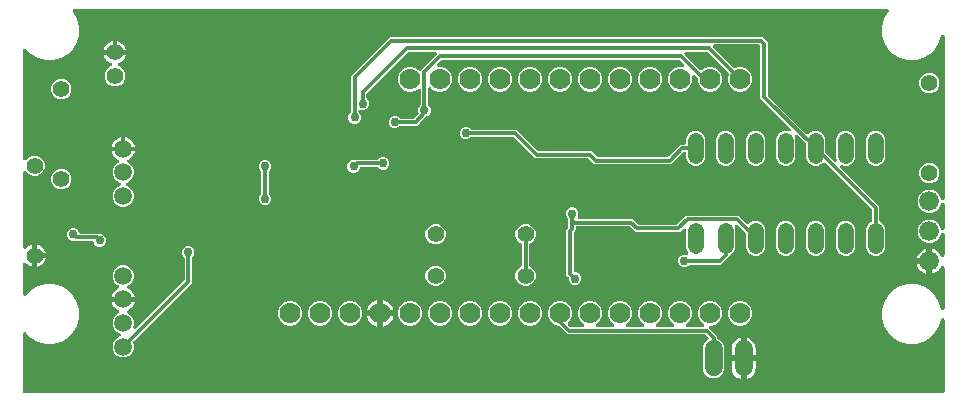
<source format=gbr>
G04 EAGLE Gerber RS-274X export*
G75*
%MOMM*%
%FSLAX34Y34*%
%LPD*%
%INBottom Copper*%
%IPPOS*%
%AMOC8*
5,1,8,0,0,1.08239X$1,22.5*%
G01*
%ADD10C,1.778000*%
%ADD11C,1.320800*%
%ADD12C,1.422400*%
%ADD13C,1.676400*%
%ADD14C,1.524000*%
%ADD15C,1.500000*%
%ADD16C,1.408000*%
%ADD17C,0.756400*%
%ADD18C,0.304800*%

G36*
X906342Y92864D02*
X906342Y92864D01*
X906368Y92862D01*
X906515Y92884D01*
X906662Y92901D01*
X906687Y92909D01*
X906713Y92913D01*
X906851Y92968D01*
X906990Y93018D01*
X907012Y93032D01*
X907037Y93042D01*
X907158Y93127D01*
X907283Y93207D01*
X907301Y93226D01*
X907323Y93241D01*
X907422Y93351D01*
X907525Y93458D01*
X907539Y93480D01*
X907556Y93500D01*
X907628Y93630D01*
X907704Y93757D01*
X907712Y93782D01*
X907725Y93805D01*
X907765Y93948D01*
X907810Y94089D01*
X907812Y94115D01*
X907820Y94140D01*
X907839Y94384D01*
X907839Y155114D01*
X907822Y155262D01*
X907810Y155412D01*
X907802Y155435D01*
X907799Y155460D01*
X907749Y155601D01*
X907703Y155743D01*
X907690Y155765D01*
X907682Y155788D01*
X907601Y155914D01*
X907524Y156042D01*
X907506Y156060D01*
X907493Y156081D01*
X907385Y156185D01*
X907281Y156292D01*
X907260Y156306D01*
X907242Y156323D01*
X907114Y156400D01*
X906988Y156481D01*
X906964Y156489D01*
X906943Y156502D01*
X906801Y156548D01*
X906660Y156598D01*
X906635Y156601D01*
X906611Y156608D01*
X906462Y156620D01*
X906313Y156637D01*
X906289Y156634D01*
X906264Y156636D01*
X906116Y156614D01*
X905967Y156597D01*
X905944Y156588D01*
X905919Y156584D01*
X905780Y156529D01*
X905639Y156478D01*
X905618Y156465D01*
X905595Y156456D01*
X905473Y156370D01*
X905347Y156289D01*
X905329Y156271D01*
X905309Y156257D01*
X905209Y156146D01*
X905105Y156038D01*
X905092Y156017D01*
X905076Y155998D01*
X905003Y155867D01*
X904927Y155738D01*
X904917Y155710D01*
X904907Y155693D01*
X904894Y155647D01*
X904845Y155508D01*
X903446Y150288D01*
X900134Y144551D01*
X895449Y139866D01*
X889712Y136554D01*
X883312Y134839D01*
X876688Y134839D01*
X870288Y136554D01*
X864551Y139866D01*
X859866Y144551D01*
X856554Y150288D01*
X854839Y156688D01*
X854839Y163312D01*
X856554Y169712D01*
X859866Y175449D01*
X864551Y180134D01*
X870288Y183446D01*
X876688Y185161D01*
X883312Y185161D01*
X889712Y183446D01*
X895449Y180134D01*
X900134Y175449D01*
X903446Y169712D01*
X904845Y164492D01*
X904900Y164353D01*
X904950Y164212D01*
X904964Y164191D01*
X904973Y164168D01*
X905058Y164045D01*
X905139Y163919D01*
X905157Y163902D01*
X905171Y163881D01*
X905282Y163781D01*
X905390Y163677D01*
X905411Y163664D01*
X905430Y163647D01*
X905560Y163575D01*
X905689Y163498D01*
X905713Y163490D01*
X905734Y163478D01*
X905879Y163437D01*
X906021Y163392D01*
X906046Y163390D01*
X906070Y163383D01*
X906219Y163376D01*
X906368Y163364D01*
X906393Y163368D01*
X906418Y163366D01*
X906565Y163393D01*
X906713Y163416D01*
X906736Y163425D01*
X906760Y163429D01*
X906898Y163489D01*
X907037Y163544D01*
X907057Y163558D01*
X907080Y163568D01*
X907200Y163658D01*
X907323Y163743D01*
X907339Y163762D01*
X907360Y163776D01*
X907456Y163891D01*
X907556Y164002D01*
X907568Y164024D01*
X907584Y164043D01*
X907652Y164176D01*
X907725Y164307D01*
X907732Y164331D01*
X907743Y164353D01*
X907779Y164498D01*
X907820Y164642D01*
X907822Y164672D01*
X907827Y164691D01*
X907827Y164739D01*
X907839Y164886D01*
X907839Y199394D01*
X907820Y199558D01*
X907804Y199722D01*
X907800Y199731D01*
X907799Y199741D01*
X907744Y199895D01*
X907690Y200051D01*
X907685Y200060D01*
X907682Y200069D01*
X907593Y200207D01*
X907505Y200347D01*
X907498Y200353D01*
X907493Y200361D01*
X907374Y200476D01*
X907257Y200592D01*
X907249Y200597D01*
X907242Y200604D01*
X907101Y200688D01*
X906961Y200774D01*
X906951Y200778D01*
X906943Y200782D01*
X906787Y200832D01*
X906630Y200885D01*
X906620Y200886D01*
X906611Y200889D01*
X906448Y200902D01*
X906283Y200917D01*
X906273Y200916D01*
X906264Y200917D01*
X906101Y200892D01*
X905938Y200870D01*
X905929Y200866D01*
X905919Y200865D01*
X905766Y200804D01*
X905612Y200745D01*
X905604Y200740D01*
X905595Y200736D01*
X905461Y200643D01*
X905324Y200550D01*
X905317Y200543D01*
X905309Y200537D01*
X905199Y200415D01*
X905087Y200294D01*
X905081Y200284D01*
X905076Y200279D01*
X905061Y200252D01*
X904959Y200086D01*
X904342Y198875D01*
X903331Y197484D01*
X902116Y196269D01*
X900725Y195258D01*
X899193Y194478D01*
X897558Y193946D01*
X897539Y193943D01*
X897539Y203584D01*
X897536Y203610D01*
X897538Y203636D01*
X897516Y203783D01*
X897499Y203930D01*
X897491Y203955D01*
X897487Y203981D01*
X897432Y204118D01*
X897382Y204258D01*
X897368Y204280D01*
X897358Y204305D01*
X897273Y204426D01*
X897193Y204551D01*
X897174Y204569D01*
X897159Y204591D01*
X897143Y204605D01*
X897225Y204690D01*
X897239Y204713D01*
X897256Y204732D01*
X897328Y204862D01*
X897404Y204989D01*
X897412Y205014D01*
X897425Y205037D01*
X897465Y205180D01*
X897510Y205321D01*
X897512Y205347D01*
X897520Y205372D01*
X897539Y205616D01*
X897539Y215257D01*
X897558Y215254D01*
X899193Y214722D01*
X900725Y213942D01*
X902116Y212931D01*
X903331Y211716D01*
X904342Y210325D01*
X904959Y209114D01*
X905050Y208977D01*
X905139Y208839D01*
X905146Y208832D01*
X905151Y208824D01*
X905271Y208711D01*
X905390Y208596D01*
X905398Y208591D01*
X905405Y208585D01*
X905547Y208502D01*
X905689Y208418D01*
X905698Y208415D01*
X905706Y208410D01*
X905863Y208362D01*
X906021Y208311D01*
X906031Y208311D01*
X906040Y208308D01*
X906204Y208297D01*
X906368Y208283D01*
X906378Y208285D01*
X906387Y208284D01*
X906550Y208311D01*
X906713Y208335D01*
X906722Y208339D01*
X906731Y208340D01*
X906885Y208403D01*
X907037Y208464D01*
X907045Y208469D01*
X907054Y208473D01*
X907189Y208570D01*
X907323Y208663D01*
X907329Y208670D01*
X907337Y208675D01*
X907447Y208800D01*
X907556Y208921D01*
X907561Y208930D01*
X907567Y208937D01*
X907645Y209082D01*
X907725Y209226D01*
X907727Y209236D01*
X907732Y209244D01*
X907775Y209403D01*
X907820Y209562D01*
X907821Y209573D01*
X907823Y209581D01*
X907824Y209611D01*
X907839Y209806D01*
X907839Y227451D01*
X907834Y227501D01*
X907836Y227552D01*
X907814Y227674D01*
X907799Y227798D01*
X907782Y227845D01*
X907773Y227894D01*
X907724Y228009D01*
X907682Y228126D01*
X907655Y228168D01*
X907635Y228214D01*
X907560Y228314D01*
X907493Y228418D01*
X907457Y228453D01*
X907427Y228494D01*
X907332Y228574D01*
X907242Y228661D01*
X907199Y228687D01*
X907161Y228719D01*
X907050Y228776D01*
X906943Y228839D01*
X906895Y228855D01*
X906850Y228878D01*
X906730Y228908D01*
X906611Y228946D01*
X906561Y228950D01*
X906512Y228962D01*
X906388Y228964D01*
X906264Y228974D01*
X906214Y228966D01*
X906164Y228967D01*
X906042Y228940D01*
X905919Y228922D01*
X905872Y228903D01*
X905823Y228893D01*
X905711Y228839D01*
X905595Y228793D01*
X905554Y228764D01*
X905508Y228743D01*
X905411Y228665D01*
X905309Y228594D01*
X905275Y228557D01*
X905236Y228526D01*
X905159Y228428D01*
X905076Y228336D01*
X905051Y228291D01*
X905020Y228252D01*
X904909Y228034D01*
X903399Y224388D01*
X900612Y221601D01*
X896971Y220093D01*
X893029Y220093D01*
X889388Y221601D01*
X886601Y224388D01*
X885093Y228029D01*
X885093Y231971D01*
X886601Y235612D01*
X889388Y238399D01*
X893029Y239907D01*
X896971Y239907D01*
X900612Y238399D01*
X903399Y235612D01*
X904909Y231966D01*
X904933Y231922D01*
X904950Y231874D01*
X905018Y231770D01*
X905078Y231661D01*
X905112Y231624D01*
X905139Y231582D01*
X905229Y231495D01*
X905312Y231403D01*
X905354Y231374D01*
X905390Y231339D01*
X905497Y231275D01*
X905599Y231205D01*
X905646Y231186D01*
X905689Y231161D01*
X905807Y231123D01*
X905923Y231077D01*
X905973Y231070D01*
X906021Y231054D01*
X906145Y231044D01*
X906268Y231026D01*
X906318Y231030D01*
X906368Y231026D01*
X906491Y231045D01*
X906615Y231055D01*
X906663Y231071D01*
X906713Y231078D01*
X906828Y231124D01*
X906947Y231162D01*
X906990Y231188D01*
X907037Y231207D01*
X907139Y231278D01*
X907245Y231342D01*
X907282Y231377D01*
X907323Y231406D01*
X907406Y231498D01*
X907495Y231585D01*
X907523Y231627D01*
X907556Y231664D01*
X907616Y231773D01*
X907684Y231878D01*
X907701Y231925D01*
X907725Y231969D01*
X907759Y232089D01*
X907800Y232206D01*
X907806Y232256D01*
X907820Y232305D01*
X907839Y232549D01*
X907839Y252851D01*
X907834Y252901D01*
X907836Y252952D01*
X907814Y253074D01*
X907799Y253198D01*
X907782Y253245D01*
X907773Y253294D01*
X907724Y253409D01*
X907682Y253526D01*
X907655Y253568D01*
X907635Y253614D01*
X907560Y253714D01*
X907493Y253818D01*
X907457Y253853D01*
X907427Y253894D01*
X907332Y253974D01*
X907242Y254061D01*
X907199Y254087D01*
X907161Y254119D01*
X907050Y254176D01*
X906943Y254239D01*
X906895Y254255D01*
X906850Y254278D01*
X906730Y254308D01*
X906611Y254346D01*
X906561Y254350D01*
X906512Y254362D01*
X906388Y254364D01*
X906264Y254374D01*
X906214Y254366D01*
X906164Y254367D01*
X906042Y254340D01*
X905919Y254322D01*
X905872Y254303D01*
X905823Y254293D01*
X905711Y254239D01*
X905595Y254193D01*
X905554Y254164D01*
X905508Y254143D01*
X905411Y254065D01*
X905309Y253994D01*
X905275Y253957D01*
X905236Y253926D01*
X905159Y253828D01*
X905076Y253736D01*
X905051Y253691D01*
X905020Y253652D01*
X904909Y253434D01*
X903399Y249788D01*
X900612Y247001D01*
X896971Y245493D01*
X893029Y245493D01*
X889388Y247001D01*
X886601Y249788D01*
X885093Y253429D01*
X885093Y257371D01*
X886601Y261012D01*
X889388Y263799D01*
X893029Y265307D01*
X896971Y265307D01*
X900612Y263799D01*
X903399Y261012D01*
X904909Y257366D01*
X904933Y257322D01*
X904950Y257274D01*
X905018Y257170D01*
X905078Y257061D01*
X905112Y257024D01*
X905139Y256982D01*
X905229Y256895D01*
X905312Y256803D01*
X905354Y256774D01*
X905390Y256739D01*
X905497Y256675D01*
X905599Y256605D01*
X905646Y256586D01*
X905689Y256561D01*
X905807Y256523D01*
X905923Y256477D01*
X905973Y256470D01*
X906021Y256454D01*
X906145Y256444D01*
X906268Y256426D01*
X906318Y256430D01*
X906368Y256426D01*
X906491Y256445D01*
X906615Y256455D01*
X906663Y256471D01*
X906713Y256478D01*
X906828Y256524D01*
X906947Y256562D01*
X906990Y256588D01*
X907037Y256607D01*
X907139Y256678D01*
X907245Y256742D01*
X907282Y256777D01*
X907323Y256806D01*
X907406Y256898D01*
X907495Y256985D01*
X907523Y257027D01*
X907556Y257064D01*
X907616Y257173D01*
X907684Y257278D01*
X907701Y257325D01*
X907725Y257369D01*
X907759Y257489D01*
X907800Y257606D01*
X907806Y257656D01*
X907820Y257705D01*
X907839Y257949D01*
X907839Y395114D01*
X907822Y395263D01*
X907810Y395412D01*
X907802Y395435D01*
X907799Y395460D01*
X907749Y395601D01*
X907703Y395743D01*
X907690Y395765D01*
X907682Y395788D01*
X907601Y395914D01*
X907524Y396042D01*
X907506Y396060D01*
X907493Y396081D01*
X907385Y396185D01*
X907281Y396292D01*
X907260Y396306D01*
X907242Y396323D01*
X907114Y396400D01*
X906988Y396481D01*
X906964Y396489D01*
X906943Y396502D01*
X906801Y396548D01*
X906660Y396598D01*
X906635Y396601D01*
X906611Y396608D01*
X906462Y396620D01*
X906313Y396637D01*
X906289Y396634D01*
X906264Y396636D01*
X906116Y396614D01*
X905967Y396597D01*
X905944Y396588D01*
X905919Y396584D01*
X905780Y396529D01*
X905639Y396478D01*
X905618Y396465D01*
X905595Y396456D01*
X905473Y396370D01*
X905347Y396289D01*
X905329Y396271D01*
X905309Y396257D01*
X905209Y396146D01*
X905105Y396038D01*
X905092Y396017D01*
X905076Y395998D01*
X905003Y395867D01*
X904927Y395738D01*
X904917Y395710D01*
X904907Y395693D01*
X904894Y395647D01*
X904845Y395508D01*
X903446Y390288D01*
X900134Y384551D01*
X895449Y379866D01*
X889712Y376554D01*
X883312Y374839D01*
X876688Y374839D01*
X870288Y376554D01*
X864551Y379866D01*
X859866Y384551D01*
X856554Y390288D01*
X854839Y396688D01*
X854839Y403312D01*
X856554Y409712D01*
X859866Y415449D01*
X860056Y415639D01*
X860119Y415718D01*
X860188Y415790D01*
X860227Y415854D01*
X860273Y415912D01*
X860316Y416003D01*
X860367Y416089D01*
X860390Y416160D01*
X860422Y416227D01*
X860443Y416325D01*
X860474Y416421D01*
X860480Y416495D01*
X860495Y416568D01*
X860493Y416668D01*
X860502Y416768D01*
X860491Y416842D01*
X860489Y416916D01*
X860465Y417014D01*
X860450Y417113D01*
X860422Y417182D01*
X860404Y417254D01*
X860358Y417344D01*
X860321Y417437D01*
X860279Y417498D01*
X860245Y417564D01*
X860179Y417640D01*
X860122Y417723D01*
X860067Y417773D01*
X860019Y417829D01*
X859938Y417889D01*
X859863Y417956D01*
X859798Y417992D01*
X859739Y418037D01*
X859646Y418076D01*
X859558Y418125D01*
X859487Y418145D01*
X859419Y418175D01*
X859320Y418192D01*
X859223Y418220D01*
X859123Y418228D01*
X859075Y418236D01*
X859040Y418234D01*
X858979Y418239D01*
X171021Y418239D01*
X170921Y418228D01*
X170821Y418226D01*
X170748Y418208D01*
X170675Y418199D01*
X170580Y418166D01*
X170483Y418141D01*
X170417Y418107D01*
X170347Y418082D01*
X170262Y418027D01*
X170173Y417981D01*
X170116Y417933D01*
X170054Y417893D01*
X169984Y417821D01*
X169907Y417756D01*
X169863Y417696D01*
X169812Y417642D01*
X169760Y417556D01*
X169700Y417475D01*
X169671Y417407D01*
X169633Y417343D01*
X169602Y417248D01*
X169562Y417155D01*
X169549Y417082D01*
X169526Y417011D01*
X169518Y416911D01*
X169501Y416812D01*
X169504Y416738D01*
X169498Y416664D01*
X169513Y416565D01*
X169519Y416464D01*
X169539Y416393D01*
X169550Y416319D01*
X169587Y416226D01*
X169615Y416129D01*
X169651Y416064D01*
X169679Y415995D01*
X169736Y415913D01*
X169785Y415825D01*
X169850Y415749D01*
X169878Y415709D01*
X169904Y415685D01*
X169944Y415639D01*
X170134Y415449D01*
X173446Y409712D01*
X175161Y403312D01*
X175161Y396688D01*
X173446Y390288D01*
X170134Y384551D01*
X165449Y379866D01*
X159712Y376554D01*
X153312Y374839D01*
X146688Y374839D01*
X140288Y376554D01*
X134551Y379866D01*
X130261Y384156D01*
X130183Y384219D01*
X130110Y384288D01*
X130046Y384327D01*
X129988Y384373D01*
X129897Y384416D01*
X129811Y384467D01*
X129740Y384490D01*
X129673Y384522D01*
X129575Y384543D01*
X129479Y384574D01*
X129405Y384580D01*
X129332Y384595D01*
X129232Y384593D01*
X129132Y384602D01*
X129058Y384590D01*
X128984Y384589D01*
X128887Y384565D01*
X128787Y384550D01*
X128718Y384522D01*
X128646Y384504D01*
X128556Y384458D01*
X128463Y384421D01*
X128402Y384379D01*
X128336Y384345D01*
X128259Y384279D01*
X128177Y384222D01*
X128127Y384167D01*
X128071Y384119D01*
X128011Y384038D01*
X127944Y383963D01*
X127908Y383898D01*
X127863Y383838D01*
X127824Y383746D01*
X127775Y383658D01*
X127755Y383587D01*
X127725Y383518D01*
X127708Y383420D01*
X127680Y383323D01*
X127672Y383223D01*
X127664Y383175D01*
X127666Y383140D01*
X127661Y383079D01*
X127661Y291551D01*
X127672Y291451D01*
X127674Y291350D01*
X127692Y291278D01*
X127701Y291204D01*
X127734Y291110D01*
X127759Y291012D01*
X127793Y290946D01*
X127818Y290876D01*
X127873Y290792D01*
X127919Y290703D01*
X127967Y290646D01*
X128007Y290583D01*
X128079Y290513D01*
X128144Y290437D01*
X128204Y290393D01*
X128258Y290341D01*
X128344Y290290D01*
X128425Y290230D01*
X128493Y290201D01*
X128557Y290162D01*
X128653Y290132D01*
X128745Y290092D01*
X128818Y290079D01*
X128889Y290056D01*
X128989Y290048D01*
X129088Y290030D01*
X129162Y290034D01*
X129236Y290028D01*
X129336Y290043D01*
X129436Y290048D01*
X129507Y290069D01*
X129581Y290080D01*
X129674Y290117D01*
X129771Y290145D01*
X129836Y290181D01*
X129905Y290209D01*
X129987Y290266D01*
X130075Y290315D01*
X130151Y290380D01*
X130191Y290408D01*
X130215Y290434D01*
X130261Y290473D01*
X132648Y292861D01*
X135796Y294165D01*
X139204Y294165D01*
X142352Y292861D01*
X144761Y290452D01*
X146065Y287304D01*
X146065Y283896D01*
X144761Y280748D01*
X142352Y278339D01*
X139204Y277035D01*
X135796Y277035D01*
X132648Y278339D01*
X130261Y280727D01*
X130183Y280789D01*
X130110Y280859D01*
X130046Y280897D01*
X129988Y280943D01*
X129897Y280986D01*
X129811Y281038D01*
X129740Y281060D01*
X129673Y281092D01*
X129575Y281113D01*
X129479Y281144D01*
X129405Y281150D01*
X129332Y281165D01*
X129232Y281164D01*
X129132Y281172D01*
X129058Y281161D01*
X128984Y281160D01*
X128887Y281135D01*
X128787Y281120D01*
X128718Y281093D01*
X128646Y281075D01*
X128557Y281029D01*
X128463Y280991D01*
X128402Y280949D01*
X128336Y280915D01*
X128260Y280850D01*
X128177Y280792D01*
X128127Y280737D01*
X128071Y280689D01*
X128011Y280608D01*
X127944Y280534D01*
X127908Y280469D01*
X127863Y280409D01*
X127824Y280317D01*
X127775Y280229D01*
X127755Y280157D01*
X127725Y280089D01*
X127708Y279990D01*
X127680Y279893D01*
X127672Y279793D01*
X127664Y279746D01*
X127666Y279710D01*
X127661Y279649D01*
X127661Y216787D01*
X127672Y216688D01*
X127674Y216587D01*
X127692Y216515D01*
X127701Y216441D01*
X127735Y216346D01*
X127759Y216249D01*
X127793Y216183D01*
X127818Y216113D01*
X127873Y216029D01*
X127919Y215939D01*
X127967Y215883D01*
X128007Y215820D01*
X128079Y215750D01*
X128144Y215674D01*
X128204Y215630D01*
X128258Y215578D01*
X128344Y215526D01*
X128425Y215467D01*
X128493Y215437D01*
X128557Y215399D01*
X128653Y215369D01*
X128745Y215329D01*
X128818Y215316D01*
X128889Y215293D01*
X128989Y215285D01*
X129088Y215267D01*
X129162Y215271D01*
X129236Y215265D01*
X129336Y215280D01*
X129436Y215285D01*
X129507Y215306D01*
X129581Y215317D01*
X129674Y215354D01*
X129771Y215382D01*
X129836Y215418D01*
X129905Y215445D01*
X129987Y215503D01*
X130075Y215552D01*
X130151Y215617D01*
X130191Y215644D01*
X130215Y215671D01*
X130261Y215710D01*
X131259Y216708D01*
X132479Y217594D01*
X133822Y218279D01*
X135251Y218743D01*
X135251Y210126D01*
X135253Y210110D01*
X135252Y210099D01*
X135253Y210090D01*
X135252Y210074D01*
X135274Y209927D01*
X135291Y209780D01*
X135299Y209755D01*
X135303Y209729D01*
X135358Y209592D01*
X135408Y209452D01*
X135422Y209430D01*
X135432Y209405D01*
X135441Y209393D01*
X135386Y209301D01*
X135378Y209276D01*
X135365Y209253D01*
X135325Y209110D01*
X135280Y208969D01*
X135277Y208943D01*
X135270Y208918D01*
X135251Y208674D01*
X135251Y200057D01*
X133822Y200521D01*
X132479Y201206D01*
X131259Y202092D01*
X130261Y203090D01*
X130182Y203152D01*
X130110Y203222D01*
X130046Y203260D01*
X129988Y203306D01*
X129897Y203349D01*
X129811Y203401D01*
X129740Y203423D01*
X129673Y203455D01*
X129575Y203476D01*
X129479Y203507D01*
X129405Y203513D01*
X129332Y203529D01*
X129232Y203527D01*
X129132Y203535D01*
X129058Y203524D01*
X128984Y203523D01*
X128887Y203498D01*
X128787Y203483D01*
X128718Y203456D01*
X128646Y203438D01*
X128557Y203392D01*
X128463Y203355D01*
X128402Y203312D01*
X128336Y203278D01*
X128260Y203213D01*
X128177Y203156D01*
X128127Y203100D01*
X128071Y203052D01*
X128011Y202971D01*
X127944Y202897D01*
X127908Y202832D01*
X127863Y202772D01*
X127824Y202680D01*
X127775Y202592D01*
X127755Y202520D01*
X127725Y202452D01*
X127708Y202353D01*
X127680Y202256D01*
X127672Y202156D01*
X127664Y202109D01*
X127666Y202073D01*
X127661Y202013D01*
X127661Y176921D01*
X127672Y176821D01*
X127674Y176721D01*
X127692Y176649D01*
X127701Y176575D01*
X127734Y176480D01*
X127759Y176383D01*
X127793Y176317D01*
X127818Y176247D01*
X127873Y176162D01*
X127919Y176073D01*
X127967Y176016D01*
X128007Y175954D01*
X128079Y175884D01*
X128144Y175807D01*
X128204Y175763D01*
X128258Y175712D01*
X128344Y175660D01*
X128425Y175600D01*
X128493Y175571D01*
X128557Y175533D01*
X128653Y175502D01*
X128745Y175462D01*
X128818Y175449D01*
X128889Y175426D01*
X128989Y175418D01*
X129088Y175401D01*
X129162Y175404D01*
X129236Y175398D01*
X129336Y175413D01*
X129436Y175419D01*
X129507Y175439D01*
X129581Y175450D01*
X129674Y175487D01*
X129771Y175515D01*
X129836Y175551D01*
X129905Y175579D01*
X129987Y175636D01*
X130075Y175685D01*
X130151Y175750D01*
X130191Y175778D01*
X130215Y175804D01*
X130261Y175844D01*
X134551Y180134D01*
X140288Y183446D01*
X146688Y185161D01*
X153312Y185161D01*
X159712Y183446D01*
X165449Y180134D01*
X170134Y175449D01*
X173446Y169712D01*
X175161Y163312D01*
X175161Y156688D01*
X173446Y150288D01*
X170134Y144551D01*
X165449Y139866D01*
X159712Y136554D01*
X153312Y134839D01*
X146688Y134839D01*
X140288Y136554D01*
X134551Y139866D01*
X130261Y144156D01*
X130183Y144219D01*
X130110Y144288D01*
X130046Y144327D01*
X129988Y144373D01*
X129897Y144416D01*
X129811Y144467D01*
X129740Y144490D01*
X129673Y144522D01*
X129575Y144543D01*
X129479Y144574D01*
X129405Y144580D01*
X129332Y144595D01*
X129232Y144593D01*
X129132Y144602D01*
X129058Y144590D01*
X128984Y144589D01*
X128887Y144565D01*
X128787Y144550D01*
X128718Y144522D01*
X128646Y144504D01*
X128556Y144458D01*
X128463Y144421D01*
X128402Y144379D01*
X128336Y144345D01*
X128259Y144279D01*
X128177Y144222D01*
X128127Y144167D01*
X128071Y144119D01*
X128011Y144038D01*
X127944Y143963D01*
X127908Y143898D01*
X127863Y143838D01*
X127824Y143746D01*
X127775Y143658D01*
X127755Y143587D01*
X127725Y143518D01*
X127708Y143420D01*
X127680Y143323D01*
X127672Y143223D01*
X127664Y143175D01*
X127666Y143140D01*
X127661Y143079D01*
X127661Y94384D01*
X127664Y94358D01*
X127662Y94332D01*
X127684Y94185D01*
X127701Y94038D01*
X127709Y94013D01*
X127713Y93987D01*
X127768Y93849D01*
X127818Y93710D01*
X127832Y93688D01*
X127842Y93663D01*
X127927Y93542D01*
X128007Y93417D01*
X128026Y93399D01*
X128041Y93377D01*
X128151Y93278D01*
X128258Y93175D01*
X128280Y93161D01*
X128300Y93144D01*
X128430Y93072D01*
X128557Y92996D01*
X128582Y92988D01*
X128605Y92975D01*
X128748Y92935D01*
X128889Y92890D01*
X128915Y92888D01*
X128940Y92880D01*
X129184Y92861D01*
X906316Y92861D01*
X906342Y92864D01*
G37*
%LPC*%
G36*
X848003Y209367D02*
X848003Y209367D01*
X845015Y210605D01*
X842729Y212891D01*
X841491Y215879D01*
X841491Y232321D01*
X842729Y235309D01*
X845015Y237595D01*
X845631Y237850D01*
X845698Y237887D01*
X845769Y237916D01*
X845849Y237972D01*
X845936Y238019D01*
X845992Y238071D01*
X846055Y238114D01*
X846121Y238187D01*
X846194Y238254D01*
X846237Y238317D01*
X846288Y238373D01*
X846336Y238459D01*
X846392Y238540D01*
X846420Y238611D01*
X846457Y238678D01*
X846484Y238773D01*
X846520Y238865D01*
X846531Y238940D01*
X846552Y239014D01*
X846564Y239163D01*
X846571Y239209D01*
X846569Y239228D01*
X846571Y239257D01*
X846571Y247606D01*
X846557Y247732D01*
X846550Y247858D01*
X846537Y247904D01*
X846531Y247952D01*
X846489Y248071D01*
X846454Y248193D01*
X846430Y248235D01*
X846414Y248281D01*
X846345Y248387D01*
X846284Y248497D01*
X846244Y248543D01*
X846225Y248573D01*
X846190Y248607D01*
X846125Y248683D01*
X806791Y288017D01*
X806771Y288034D01*
X806754Y288054D01*
X806634Y288142D01*
X806518Y288234D01*
X806495Y288245D01*
X806473Y288261D01*
X806337Y288319D01*
X806203Y288383D01*
X806177Y288388D01*
X806153Y288399D01*
X806007Y288425D01*
X805862Y288456D01*
X805836Y288456D01*
X805810Y288460D01*
X805662Y288453D01*
X805514Y288450D01*
X805489Y288444D01*
X805462Y288442D01*
X805320Y288401D01*
X805176Y288365D01*
X805153Y288353D01*
X805127Y288346D01*
X804998Y288274D01*
X804866Y288206D01*
X804846Y288189D01*
X804823Y288176D01*
X804637Y288017D01*
X803425Y286805D01*
X800437Y285567D01*
X797203Y285567D01*
X794215Y286805D01*
X791929Y289091D01*
X790691Y292079D01*
X790691Y303486D01*
X790677Y303612D01*
X790670Y303738D01*
X790657Y303784D01*
X790651Y303832D01*
X790609Y303951D01*
X790574Y304073D01*
X790550Y304115D01*
X790534Y304161D01*
X790465Y304267D01*
X790404Y304377D01*
X790364Y304423D01*
X790345Y304453D01*
X790310Y304487D01*
X790245Y304563D01*
X783613Y311196D01*
X783573Y311227D01*
X783540Y311264D01*
X783437Y311335D01*
X783340Y311412D01*
X783294Y311434D01*
X783253Y311462D01*
X783137Y311508D01*
X783025Y311561D01*
X782976Y311572D01*
X782929Y311590D01*
X782805Y311608D01*
X782684Y311635D01*
X782634Y311634D01*
X782584Y311641D01*
X782460Y311631D01*
X782336Y311629D01*
X782287Y311616D01*
X782237Y311612D01*
X782118Y311574D01*
X781998Y311544D01*
X781953Y311520D01*
X781905Y311505D01*
X781798Y311441D01*
X781688Y311384D01*
X781649Y311351D01*
X781606Y311325D01*
X781517Y311239D01*
X781422Y311158D01*
X781392Y311118D01*
X781356Y311082D01*
X781289Y310978D01*
X781215Y310878D01*
X781195Y310832D01*
X781168Y310789D01*
X781126Y310672D01*
X781077Y310558D01*
X781068Y310508D01*
X781051Y310461D01*
X781037Y310337D01*
X781015Y310215D01*
X781018Y310164D01*
X781012Y310114D01*
X781027Y309991D01*
X781033Y309867D01*
X781047Y309818D01*
X781053Y309768D01*
X781128Y309536D01*
X781549Y308521D01*
X781549Y292079D01*
X780311Y289091D01*
X778025Y286805D01*
X775037Y285567D01*
X771803Y285567D01*
X768815Y286805D01*
X766529Y289091D01*
X765291Y292079D01*
X765291Y308521D01*
X766529Y311509D01*
X768815Y313795D01*
X771803Y315033D01*
X775037Y315033D01*
X776052Y314612D01*
X776100Y314599D01*
X776146Y314577D01*
X776267Y314551D01*
X776387Y314517D01*
X776437Y314514D01*
X776486Y314504D01*
X776611Y314506D01*
X776735Y314500D01*
X776784Y314509D01*
X776835Y314510D01*
X776955Y314540D01*
X777078Y314562D01*
X777124Y314582D01*
X777173Y314595D01*
X777283Y314652D01*
X777397Y314701D01*
X777438Y314731D01*
X777482Y314754D01*
X777577Y314835D01*
X777677Y314909D01*
X777709Y314947D01*
X777748Y314980D01*
X777822Y315080D01*
X777902Y315175D01*
X777925Y315220D01*
X777955Y315260D01*
X778004Y315375D01*
X778061Y315485D01*
X778073Y315534D01*
X778093Y315580D01*
X778115Y315703D01*
X778145Y315824D01*
X778146Y315874D01*
X778155Y315923D01*
X778148Y316048D01*
X778150Y316172D01*
X778139Y316221D01*
X778137Y316272D01*
X778102Y316391D01*
X778076Y316512D01*
X778054Y316558D01*
X778040Y316606D01*
X777980Y316715D01*
X777926Y316827D01*
X777895Y316867D01*
X777870Y316911D01*
X777712Y317097D01*
X754183Y340625D01*
X751951Y342857D01*
X751951Y386928D01*
X751948Y386954D01*
X751950Y386980D01*
X751928Y387127D01*
X751911Y387274D01*
X751903Y387299D01*
X751899Y387325D01*
X751844Y387463D01*
X751794Y387602D01*
X751780Y387624D01*
X751770Y387649D01*
X751685Y387770D01*
X751605Y387895D01*
X751586Y387913D01*
X751571Y387935D01*
X751461Y388034D01*
X751354Y388137D01*
X751332Y388151D01*
X751312Y388168D01*
X751182Y388240D01*
X751055Y388316D01*
X751030Y388324D01*
X751007Y388337D01*
X750864Y388377D01*
X750723Y388422D01*
X750697Y388424D01*
X750672Y388432D01*
X750428Y388451D01*
X713038Y388451D01*
X712938Y388440D01*
X712837Y388438D01*
X712765Y388420D01*
X712692Y388411D01*
X712597Y388377D01*
X712499Y388353D01*
X712433Y388319D01*
X712363Y388294D01*
X712279Y388239D01*
X712189Y388193D01*
X712133Y388145D01*
X712071Y388105D01*
X712000Y388032D01*
X711924Y387967D01*
X711880Y387908D01*
X711828Y387854D01*
X711777Y387768D01*
X711717Y387687D01*
X711688Y387619D01*
X711650Y387555D01*
X711619Y387459D01*
X711579Y387367D01*
X711566Y387294D01*
X711543Y387223D01*
X711535Y387123D01*
X711517Y387024D01*
X711521Y386950D01*
X711515Y386876D01*
X711530Y386776D01*
X711536Y386676D01*
X711556Y386604D01*
X711567Y386531D01*
X711604Y386437D01*
X711632Y386341D01*
X711668Y386276D01*
X711696Y386207D01*
X711753Y386125D01*
X711803Y386037D01*
X711867Y385961D01*
X711895Y385921D01*
X711921Y385897D01*
X711961Y385850D01*
X711995Y385816D01*
X729058Y368754D01*
X729118Y368706D01*
X729171Y368651D01*
X729254Y368598D01*
X729331Y368537D01*
X729400Y368504D01*
X729464Y368463D01*
X729557Y368430D01*
X729646Y368388D01*
X729721Y368372D01*
X729793Y368346D01*
X729891Y368335D01*
X729987Y368315D01*
X730063Y368316D01*
X730139Y368307D01*
X730237Y368319D01*
X730335Y368321D01*
X730409Y368339D01*
X730485Y368348D01*
X730627Y368394D01*
X730673Y368406D01*
X730690Y368414D01*
X730718Y368423D01*
X732628Y369215D01*
X736772Y369215D01*
X740600Y367629D01*
X743529Y364700D01*
X745115Y360872D01*
X745115Y356728D01*
X743529Y352900D01*
X740600Y349971D01*
X736772Y348385D01*
X732628Y348385D01*
X728800Y349971D01*
X725871Y352900D01*
X724285Y356728D01*
X724285Y360872D01*
X725077Y362782D01*
X725098Y362856D01*
X725128Y362926D01*
X725145Y363022D01*
X725172Y363117D01*
X725176Y363193D01*
X725190Y363269D01*
X725184Y363367D01*
X725189Y363465D01*
X725176Y363540D01*
X725172Y363617D01*
X725144Y363711D01*
X725127Y363808D01*
X725096Y363878D01*
X725075Y363952D01*
X725027Y364038D01*
X724988Y364128D01*
X724942Y364189D01*
X724905Y364256D01*
X724808Y364370D01*
X724780Y364407D01*
X724765Y364420D01*
X724746Y364442D01*
X707683Y381505D01*
X707584Y381584D01*
X707490Y381668D01*
X707448Y381692D01*
X707410Y381722D01*
X707296Y381776D01*
X707185Y381837D01*
X707139Y381850D01*
X707095Y381871D01*
X706972Y381897D01*
X706850Y381932D01*
X706789Y381937D01*
X706754Y381944D01*
X706706Y381943D01*
X706606Y381951D01*
X689138Y381951D01*
X689038Y381940D01*
X688937Y381938D01*
X688865Y381920D01*
X688792Y381911D01*
X688697Y381878D01*
X688600Y381853D01*
X688533Y381819D01*
X688463Y381794D01*
X688379Y381739D01*
X688290Y381693D01*
X688233Y381645D01*
X688171Y381605D01*
X688101Y381533D01*
X688024Y381468D01*
X687980Y381408D01*
X687928Y381354D01*
X687877Y381268D01*
X687817Y381187D01*
X687788Y381119D01*
X687750Y381055D01*
X687719Y380960D01*
X687679Y380867D01*
X687666Y380794D01*
X687643Y380723D01*
X687635Y380623D01*
X687618Y380524D01*
X687621Y380450D01*
X687615Y380376D01*
X687630Y380277D01*
X687635Y380176D01*
X687656Y380105D01*
X687667Y380031D01*
X687704Y379938D01*
X687732Y379841D01*
X687768Y379776D01*
X687796Y379707D01*
X687853Y379625D01*
X687902Y379537D01*
X687967Y379461D01*
X687995Y379421D01*
X688021Y379397D01*
X688061Y379351D01*
X688357Y379055D01*
X700514Y366897D01*
X700535Y366881D01*
X700552Y366861D01*
X700671Y366773D01*
X700787Y366681D01*
X700811Y366669D01*
X700832Y366654D01*
X700969Y366595D01*
X701102Y366532D01*
X701128Y366526D01*
X701152Y366516D01*
X701299Y366489D01*
X701443Y366458D01*
X701469Y366459D01*
X701495Y366454D01*
X701644Y366462D01*
X701792Y366464D01*
X701817Y366471D01*
X701843Y366472D01*
X701985Y366513D01*
X702130Y366549D01*
X702153Y366561D01*
X702178Y366569D01*
X702307Y366641D01*
X702439Y366709D01*
X702459Y366726D01*
X702482Y366739D01*
X702669Y366897D01*
X703401Y367629D01*
X707228Y369215D01*
X711372Y369215D01*
X715200Y367629D01*
X718129Y364700D01*
X719715Y360872D01*
X719715Y356728D01*
X718129Y352900D01*
X715200Y349971D01*
X711372Y348385D01*
X707228Y348385D01*
X703400Y349971D01*
X700471Y352900D01*
X698885Y356728D01*
X698885Y359272D01*
X698871Y359398D01*
X698864Y359524D01*
X698851Y359570D01*
X698845Y359618D01*
X698803Y359737D01*
X698768Y359859D01*
X698744Y359901D01*
X698728Y359947D01*
X698659Y360053D01*
X698598Y360163D01*
X698558Y360209D01*
X698539Y360239D01*
X698504Y360273D01*
X698439Y360349D01*
X696915Y361873D01*
X696836Y361936D01*
X696764Y362006D01*
X696700Y362044D01*
X696642Y362090D01*
X696551Y362133D01*
X696465Y362184D01*
X696394Y362207D01*
X696327Y362239D01*
X696229Y362260D01*
X696133Y362291D01*
X696059Y362297D01*
X695986Y362312D01*
X695886Y362311D01*
X695786Y362319D01*
X695712Y362308D01*
X695638Y362306D01*
X695541Y362282D01*
X695441Y362267D01*
X695372Y362239D01*
X695300Y362221D01*
X695211Y362175D01*
X695117Y362138D01*
X695056Y362096D01*
X694990Y362062D01*
X694914Y361997D01*
X694831Y361939D01*
X694781Y361884D01*
X694725Y361836D01*
X694665Y361755D01*
X694598Y361680D01*
X694562Y361615D01*
X694517Y361556D01*
X694478Y361463D01*
X694429Y361375D01*
X694409Y361304D01*
X694379Y361236D01*
X694362Y361137D01*
X694334Y361040D01*
X694326Y360940D01*
X694318Y360893D01*
X694320Y360857D01*
X694315Y360796D01*
X694315Y356728D01*
X692729Y352900D01*
X689800Y349971D01*
X685972Y348385D01*
X681828Y348385D01*
X678000Y349971D01*
X675071Y352900D01*
X673485Y356728D01*
X673485Y360872D01*
X675071Y364700D01*
X678000Y367629D01*
X681828Y369215D01*
X685896Y369215D01*
X685996Y369226D01*
X686096Y369228D01*
X686169Y369246D01*
X686242Y369255D01*
X686337Y369288D01*
X686434Y369313D01*
X686501Y369347D01*
X686571Y369372D01*
X686655Y369427D01*
X686744Y369473D01*
X686801Y369521D01*
X686863Y369561D01*
X686933Y369633D01*
X687010Y369698D01*
X687054Y369758D01*
X687106Y369812D01*
X687157Y369898D01*
X687217Y369979D01*
X687246Y370047D01*
X687284Y370111D01*
X687315Y370207D01*
X687355Y370299D01*
X687368Y370372D01*
X687391Y370443D01*
X687399Y370543D01*
X687416Y370642D01*
X687413Y370716D01*
X687419Y370790D01*
X687404Y370890D01*
X687399Y370990D01*
X687378Y371061D01*
X687367Y371135D01*
X687330Y371228D01*
X687302Y371325D01*
X687266Y371390D01*
X687238Y371459D01*
X687181Y371541D01*
X687132Y371629D01*
X687067Y371705D01*
X687039Y371745D01*
X687013Y371769D01*
X686973Y371815D01*
X684045Y374743D01*
X683946Y374822D01*
X683852Y374906D01*
X683810Y374930D01*
X683772Y374960D01*
X683658Y375014D01*
X683547Y375075D01*
X683501Y375088D01*
X683457Y375109D01*
X683334Y375135D01*
X683212Y375170D01*
X683151Y375175D01*
X683116Y375182D01*
X683068Y375181D01*
X682968Y375189D01*
X482632Y375189D01*
X482506Y375175D01*
X482380Y375168D01*
X482334Y375155D01*
X482286Y375149D01*
X482167Y375107D01*
X482045Y375072D01*
X482003Y375048D01*
X481957Y375032D01*
X481851Y374963D01*
X481741Y374902D01*
X481695Y374862D01*
X481665Y374843D01*
X481631Y374808D01*
X481555Y374743D01*
X478627Y371815D01*
X478564Y371737D01*
X478494Y371664D01*
X478456Y371600D01*
X478410Y371542D01*
X478367Y371451D01*
X478316Y371365D01*
X478293Y371294D01*
X478261Y371227D01*
X478240Y371129D01*
X478209Y371033D01*
X478203Y370959D01*
X478188Y370886D01*
X478189Y370786D01*
X478181Y370686D01*
X478192Y370612D01*
X478194Y370538D01*
X478218Y370441D01*
X478233Y370341D01*
X478261Y370272D01*
X478279Y370200D01*
X478325Y370111D01*
X478362Y370017D01*
X478404Y369956D01*
X478438Y369890D01*
X478503Y369814D01*
X478561Y369731D01*
X478616Y369681D01*
X478664Y369625D01*
X478745Y369565D01*
X478820Y369498D01*
X478885Y369462D01*
X478944Y369417D01*
X479037Y369378D01*
X479125Y369329D01*
X479196Y369309D01*
X479264Y369279D01*
X479363Y369262D01*
X479460Y369234D01*
X479560Y369226D01*
X479607Y369218D01*
X479643Y369220D01*
X479704Y369215D01*
X482772Y369215D01*
X486600Y367629D01*
X489529Y364700D01*
X491115Y360872D01*
X491115Y356728D01*
X489529Y352900D01*
X486600Y349971D01*
X482772Y348385D01*
X478628Y348385D01*
X474801Y349971D01*
X473149Y351622D01*
X473070Y351685D01*
X472998Y351754D01*
X472934Y351793D01*
X472876Y351839D01*
X472785Y351882D01*
X472699Y351933D01*
X472628Y351956D01*
X472561Y351988D01*
X472463Y352009D01*
X472367Y352040D01*
X472293Y352046D01*
X472220Y352061D01*
X472120Y352059D01*
X472020Y352068D01*
X471946Y352056D01*
X471872Y352055D01*
X471775Y352031D01*
X471675Y352016D01*
X471606Y351988D01*
X471534Y351970D01*
X471445Y351924D01*
X471351Y351887D01*
X471290Y351845D01*
X471224Y351811D01*
X471148Y351745D01*
X471065Y351688D01*
X471015Y351633D01*
X470959Y351585D01*
X470899Y351504D01*
X470832Y351429D01*
X470796Y351364D01*
X470751Y351304D01*
X470712Y351212D01*
X470663Y351124D01*
X470643Y351053D01*
X470613Y350984D01*
X470596Y350886D01*
X470568Y350789D01*
X470560Y350689D01*
X470552Y350641D01*
X470554Y350606D01*
X470549Y350545D01*
X470549Y337587D01*
X470563Y337461D01*
X470570Y337335D01*
X470583Y337289D01*
X470589Y337241D01*
X470631Y337122D01*
X470666Y337000D01*
X470690Y336958D01*
X470706Y336913D01*
X470775Y336807D01*
X470836Y336696D01*
X470876Y336650D01*
X470895Y336620D01*
X470930Y336586D01*
X470995Y336510D01*
X471999Y335506D01*
X472807Y333556D01*
X472807Y331444D01*
X471999Y329494D01*
X470506Y328001D01*
X469602Y327627D01*
X469601Y327626D01*
X469599Y327625D01*
X469446Y327540D01*
X469298Y327458D01*
X469296Y327456D01*
X469295Y327455D01*
X469108Y327297D01*
X463495Y321683D01*
X461263Y319451D01*
X447587Y319451D01*
X447461Y319437D01*
X447335Y319430D01*
X447289Y319417D01*
X447241Y319411D01*
X447122Y319369D01*
X447000Y319334D01*
X446958Y319310D01*
X446913Y319294D01*
X446807Y319225D01*
X446696Y319164D01*
X446650Y319124D01*
X446620Y319105D01*
X446586Y319070D01*
X446510Y319005D01*
X445506Y318001D01*
X443556Y317193D01*
X441444Y317193D01*
X439494Y318001D01*
X438001Y319494D01*
X437193Y321444D01*
X437193Y323556D01*
X438001Y325506D01*
X439494Y326999D01*
X441444Y327807D01*
X443556Y327807D01*
X445506Y326999D01*
X446510Y325995D01*
X446609Y325916D01*
X446703Y325832D01*
X446745Y325808D01*
X446783Y325778D01*
X446897Y325724D01*
X447008Y325663D01*
X447054Y325650D01*
X447098Y325629D01*
X447221Y325603D01*
X447343Y325568D01*
X447404Y325563D01*
X447439Y325556D01*
X447487Y325557D01*
X447587Y325549D01*
X458106Y325549D01*
X458232Y325563D01*
X458358Y325570D01*
X458404Y325583D01*
X458452Y325589D01*
X458571Y325631D01*
X458693Y325666D01*
X458735Y325690D01*
X458781Y325706D01*
X458887Y325775D01*
X458997Y325836D01*
X459043Y325876D01*
X459073Y325895D01*
X459107Y325930D01*
X459183Y325995D01*
X462188Y329000D01*
X462236Y329060D01*
X462290Y329113D01*
X462344Y329196D01*
X462405Y329273D01*
X462437Y329342D01*
X462479Y329406D01*
X462512Y329499D01*
X462554Y329588D01*
X462570Y329662D01*
X462595Y329735D01*
X462606Y329832D01*
X462627Y329928D01*
X462626Y330005D01*
X462634Y330081D01*
X462623Y330179D01*
X462621Y330277D01*
X462602Y330351D01*
X462593Y330427D01*
X462548Y330569D01*
X462536Y330615D01*
X462527Y330632D01*
X462518Y330660D01*
X462193Y331444D01*
X462193Y333556D01*
X463001Y335506D01*
X464005Y336510D01*
X464084Y336609D01*
X464168Y336703D01*
X464192Y336745D01*
X464222Y336783D01*
X464276Y336897D01*
X464337Y337008D01*
X464350Y337054D01*
X464371Y337098D01*
X464397Y337221D01*
X464432Y337343D01*
X464437Y337404D01*
X464444Y337439D01*
X464443Y337487D01*
X464451Y337587D01*
X464451Y349545D01*
X464440Y349645D01*
X464438Y349745D01*
X464420Y349817D01*
X464411Y349891D01*
X464378Y349986D01*
X464353Y350083D01*
X464319Y350149D01*
X464294Y350219D01*
X464239Y350304D01*
X464193Y350393D01*
X464145Y350450D01*
X464105Y350512D01*
X464033Y350582D01*
X463968Y350659D01*
X463908Y350703D01*
X463854Y350754D01*
X463768Y350806D01*
X463687Y350866D01*
X463619Y350895D01*
X463555Y350933D01*
X463460Y350964D01*
X463367Y351004D01*
X463294Y351017D01*
X463223Y351040D01*
X463123Y351048D01*
X463024Y351065D01*
X462950Y351062D01*
X462876Y351068D01*
X462776Y351053D01*
X462676Y351047D01*
X462605Y351027D01*
X462531Y351016D01*
X462438Y350979D01*
X462341Y350951D01*
X462276Y350915D01*
X462207Y350887D01*
X462125Y350830D01*
X462037Y350781D01*
X461961Y350716D01*
X461921Y350688D01*
X461897Y350662D01*
X461851Y350622D01*
X461199Y349971D01*
X457372Y348385D01*
X453228Y348385D01*
X449400Y349971D01*
X446471Y352900D01*
X444885Y356728D01*
X444885Y360872D01*
X446471Y364700D01*
X449400Y367629D01*
X453228Y369215D01*
X457372Y369215D01*
X461199Y367629D01*
X462431Y366397D01*
X462452Y366381D01*
X462469Y366361D01*
X462588Y366273D01*
X462704Y366181D01*
X462728Y366169D01*
X462749Y366154D01*
X462885Y366095D01*
X463020Y366032D01*
X463045Y366026D01*
X463069Y366016D01*
X463215Y365989D01*
X463360Y365958D01*
X463386Y365959D01*
X463412Y365954D01*
X463561Y365962D01*
X463709Y365964D01*
X463734Y365971D01*
X463760Y365972D01*
X463903Y366013D01*
X464047Y366049D01*
X464070Y366061D01*
X464095Y366069D01*
X464225Y366141D01*
X464356Y366209D01*
X464376Y366226D01*
X464399Y366239D01*
X464586Y366397D01*
X477243Y379055D01*
X477539Y379351D01*
X477602Y379429D01*
X477672Y379502D01*
X477710Y379566D01*
X477756Y379624D01*
X477799Y379715D01*
X477850Y379801D01*
X477873Y379872D01*
X477905Y379939D01*
X477926Y380037D01*
X477957Y380133D01*
X477963Y380207D01*
X477978Y380280D01*
X477977Y380380D01*
X477985Y380480D01*
X477974Y380554D01*
X477972Y380628D01*
X477948Y380726D01*
X477933Y380825D01*
X477905Y380894D01*
X477887Y380966D01*
X477841Y381055D01*
X477804Y381149D01*
X477762Y381210D01*
X477728Y381276D01*
X477663Y381352D01*
X477605Y381435D01*
X477550Y381485D01*
X477502Y381541D01*
X477421Y381601D01*
X477346Y381668D01*
X477281Y381704D01*
X477222Y381748D01*
X477129Y381788D01*
X477041Y381837D01*
X476970Y381857D01*
X476902Y381887D01*
X476803Y381904D01*
X476706Y381932D01*
X476606Y381940D01*
X476559Y381948D01*
X476523Y381946D01*
X476462Y381951D01*
X454394Y381951D01*
X454268Y381937D01*
X454142Y381930D01*
X454096Y381917D01*
X454048Y381911D01*
X453929Y381869D01*
X453807Y381834D01*
X453765Y381810D01*
X453719Y381794D01*
X453613Y381725D01*
X453503Y381664D01*
X453457Y381624D01*
X453427Y381605D01*
X453393Y381570D01*
X453317Y381505D01*
X418825Y347013D01*
X418746Y346914D01*
X418662Y346820D01*
X418638Y346778D01*
X418608Y346740D01*
X418554Y346626D01*
X418493Y346515D01*
X418480Y346469D01*
X418459Y346425D01*
X418433Y346302D01*
X418398Y346180D01*
X418393Y346119D01*
X418386Y346084D01*
X418387Y346036D01*
X418379Y345936D01*
X418379Y343257D01*
X418393Y343131D01*
X418400Y343005D01*
X418413Y342959D01*
X418419Y342911D01*
X418461Y342792D01*
X418496Y342670D01*
X418520Y342628D01*
X418536Y342583D01*
X418605Y342477D01*
X418666Y342366D01*
X418706Y342320D01*
X418725Y342290D01*
X418760Y342256D01*
X418825Y342180D01*
X419829Y341176D01*
X420637Y339226D01*
X420637Y337114D01*
X419829Y335164D01*
X418336Y333671D01*
X416386Y332863D01*
X414274Y332863D01*
X413655Y333120D01*
X413510Y333161D01*
X413367Y333207D01*
X413343Y333209D01*
X413320Y333216D01*
X413170Y333223D01*
X413020Y333235D01*
X412996Y333231D01*
X412972Y333233D01*
X412824Y333206D01*
X412675Y333183D01*
X412653Y333174D01*
X412629Y333170D01*
X412491Y333110D01*
X412351Y333055D01*
X412331Y333041D01*
X412309Y333031D01*
X412188Y332941D01*
X412065Y332856D01*
X412049Y332838D01*
X412030Y332823D01*
X411932Y332708D01*
X411832Y332597D01*
X411820Y332576D01*
X411804Y332557D01*
X411736Y332424D01*
X411663Y332292D01*
X411657Y332269D01*
X411646Y332247D01*
X411609Y332101D01*
X411568Y331956D01*
X411566Y331927D01*
X411561Y331909D01*
X411561Y331862D01*
X411549Y331713D01*
X411549Y331587D01*
X411563Y331461D01*
X411570Y331335D01*
X411583Y331289D01*
X411589Y331241D01*
X411631Y331122D01*
X411666Y331000D01*
X411690Y330958D01*
X411706Y330913D01*
X411775Y330807D01*
X411836Y330696D01*
X411876Y330650D01*
X411895Y330620D01*
X411930Y330586D01*
X411995Y330510D01*
X412999Y329506D01*
X413807Y327556D01*
X413807Y325444D01*
X412999Y323494D01*
X411506Y322001D01*
X409556Y321193D01*
X407444Y321193D01*
X405494Y322001D01*
X404001Y323494D01*
X403193Y325444D01*
X403193Y327556D01*
X404001Y329506D01*
X405005Y330510D01*
X405084Y330609D01*
X405168Y330703D01*
X405192Y330745D01*
X405222Y330783D01*
X405276Y330897D01*
X405337Y331008D01*
X405350Y331054D01*
X405371Y331098D01*
X405397Y331221D01*
X405432Y331343D01*
X405437Y331404D01*
X405444Y331439D01*
X405443Y331487D01*
X405451Y331587D01*
X405451Y361763D01*
X438237Y394549D01*
X753763Y394549D01*
X758049Y390263D01*
X758049Y346014D01*
X758063Y345888D01*
X758070Y345762D01*
X758083Y345716D01*
X758089Y345668D01*
X758131Y345549D01*
X758166Y345427D01*
X758190Y345385D01*
X758206Y345339D01*
X758275Y345233D01*
X758336Y345123D01*
X758376Y345077D01*
X758395Y345047D01*
X758430Y345013D01*
X758495Y344937D01*
X790849Y312583D01*
X790869Y312566D01*
X790886Y312546D01*
X791006Y312458D01*
X791122Y312366D01*
X791145Y312355D01*
X791167Y312339D01*
X791303Y312281D01*
X791437Y312217D01*
X791463Y312212D01*
X791487Y312201D01*
X791633Y312175D01*
X791778Y312144D01*
X791804Y312144D01*
X791830Y312140D01*
X791978Y312147D01*
X792126Y312150D01*
X792151Y312156D01*
X792178Y312158D01*
X792320Y312199D01*
X792464Y312235D01*
X792487Y312247D01*
X792513Y312254D01*
X792642Y312326D01*
X792774Y312394D01*
X792794Y312411D01*
X792817Y312424D01*
X793003Y312583D01*
X794215Y313795D01*
X797203Y315033D01*
X800437Y315033D01*
X803425Y313795D01*
X805711Y311509D01*
X806949Y308521D01*
X806949Y297114D01*
X806963Y296988D01*
X806970Y296862D01*
X806983Y296816D01*
X806989Y296768D01*
X807031Y296649D01*
X807066Y296527D01*
X807090Y296485D01*
X807106Y296439D01*
X807175Y296333D01*
X807236Y296223D01*
X807276Y296177D01*
X807295Y296147D01*
X807330Y296113D01*
X807395Y296037D01*
X814027Y289404D01*
X814067Y289373D01*
X814100Y289336D01*
X814203Y289265D01*
X814300Y289188D01*
X814346Y289166D01*
X814387Y289138D01*
X814503Y289092D01*
X814615Y289039D01*
X814664Y289028D01*
X814711Y289010D01*
X814835Y288992D01*
X814956Y288965D01*
X815006Y288966D01*
X815056Y288959D01*
X815180Y288969D01*
X815304Y288971D01*
X815353Y288984D01*
X815403Y288988D01*
X815522Y289026D01*
X815642Y289056D01*
X815687Y289080D01*
X815735Y289095D01*
X815842Y289159D01*
X815952Y289216D01*
X815991Y289249D01*
X816034Y289275D01*
X816123Y289361D01*
X816218Y289442D01*
X816248Y289482D01*
X816284Y289518D01*
X816351Y289622D01*
X816425Y289722D01*
X816445Y289768D01*
X816472Y289811D01*
X816514Y289928D01*
X816563Y290042D01*
X816572Y290092D01*
X816589Y290139D01*
X816602Y290263D01*
X816625Y290385D01*
X816622Y290436D01*
X816628Y290486D01*
X816613Y290609D01*
X816607Y290733D01*
X816593Y290782D01*
X816587Y290832D01*
X816512Y291064D01*
X816091Y292079D01*
X816091Y308521D01*
X817329Y311509D01*
X819615Y313795D01*
X822603Y315033D01*
X825837Y315033D01*
X828825Y313795D01*
X831111Y311509D01*
X832349Y308521D01*
X832349Y292079D01*
X831111Y289091D01*
X828825Y286805D01*
X825837Y285567D01*
X822603Y285567D01*
X821588Y285988D01*
X821540Y286001D01*
X821494Y286023D01*
X821373Y286049D01*
X821253Y286083D01*
X821203Y286086D01*
X821154Y286096D01*
X821029Y286094D01*
X820905Y286100D01*
X820856Y286091D01*
X820805Y286090D01*
X820685Y286060D01*
X820562Y286038D01*
X820516Y286018D01*
X820467Y286005D01*
X820357Y285948D01*
X820243Y285899D01*
X820202Y285869D01*
X820158Y285846D01*
X820063Y285765D01*
X819963Y285691D01*
X819931Y285653D01*
X819892Y285620D01*
X819818Y285520D01*
X819738Y285425D01*
X819715Y285380D01*
X819685Y285340D01*
X819636Y285225D01*
X819579Y285115D01*
X819567Y285066D01*
X819547Y285020D01*
X819525Y284897D01*
X819495Y284776D01*
X819494Y284726D01*
X819485Y284677D01*
X819492Y284552D01*
X819490Y284428D01*
X819501Y284379D01*
X819503Y284328D01*
X819538Y284209D01*
X819564Y284088D01*
X819586Y284042D01*
X819600Y283994D01*
X819660Y283885D01*
X819714Y283773D01*
X819745Y283733D01*
X819770Y283689D01*
X819928Y283503D01*
X852669Y250763D01*
X852669Y239257D01*
X852677Y239182D01*
X852676Y239105D01*
X852697Y239009D01*
X852709Y238911D01*
X852734Y238839D01*
X852751Y238765D01*
X852793Y238676D01*
X852826Y238583D01*
X852868Y238519D01*
X852900Y238450D01*
X852962Y238373D01*
X853015Y238290D01*
X853070Y238237D01*
X853118Y238177D01*
X853195Y238117D01*
X853266Y238048D01*
X853331Y238009D01*
X853391Y237962D01*
X853525Y237893D01*
X853565Y237869D01*
X853583Y237864D01*
X853609Y237850D01*
X854225Y237595D01*
X856511Y235309D01*
X857749Y232321D01*
X857749Y215879D01*
X856511Y212891D01*
X854225Y210605D01*
X851237Y209367D01*
X848003Y209367D01*
G37*
%LPD*%
%LPC*%
G36*
X710481Y105735D02*
X710481Y105735D01*
X707120Y107128D01*
X704548Y109700D01*
X703155Y113061D01*
X703155Y131939D01*
X704548Y135300D01*
X707120Y137873D01*
X707132Y137878D01*
X707263Y137951D01*
X707397Y138020D01*
X707416Y138035D01*
X707437Y138047D01*
X707548Y138148D01*
X707663Y138245D01*
X707677Y138265D01*
X707695Y138281D01*
X707780Y138405D01*
X707870Y138526D01*
X707879Y138548D01*
X707893Y138568D01*
X707948Y138708D01*
X708008Y138846D01*
X708012Y138869D01*
X708021Y138892D01*
X708043Y139041D01*
X708070Y139189D01*
X708068Y139213D01*
X708072Y139237D01*
X708059Y139387D01*
X708052Y139537D01*
X708045Y139560D01*
X708043Y139584D01*
X707997Y139726D01*
X707955Y139872D01*
X707943Y139893D01*
X707936Y139916D01*
X707858Y140044D01*
X707785Y140176D01*
X707766Y140198D01*
X707756Y140214D01*
X707723Y140248D01*
X707626Y140362D01*
X705683Y142305D01*
X705584Y142384D01*
X705490Y142468D01*
X705448Y142492D01*
X705410Y142522D01*
X705296Y142576D01*
X705185Y142637D01*
X705139Y142650D01*
X705095Y142671D01*
X704972Y142697D01*
X704850Y142732D01*
X704789Y142737D01*
X704754Y142744D01*
X704706Y142743D01*
X704606Y142751D01*
X588737Y142751D01*
X581749Y149739D01*
X581650Y149818D01*
X581556Y149902D01*
X581514Y149926D01*
X581476Y149956D01*
X581362Y150010D01*
X581251Y150071D01*
X581205Y150084D01*
X581161Y150105D01*
X581038Y150131D01*
X580916Y150166D01*
X580855Y150171D01*
X580820Y150178D01*
X580772Y150177D01*
X580672Y150185D01*
X580228Y150185D01*
X576400Y151771D01*
X573471Y154700D01*
X571885Y158528D01*
X571885Y162672D01*
X573471Y166500D01*
X576400Y169429D01*
X580228Y171015D01*
X584372Y171015D01*
X588200Y169429D01*
X591129Y166500D01*
X592715Y162672D01*
X592715Y158528D01*
X591129Y154700D01*
X589347Y152919D01*
X589331Y152898D01*
X589311Y152881D01*
X589223Y152761D01*
X589131Y152646D01*
X589119Y152622D01*
X589104Y152601D01*
X589045Y152465D01*
X588982Y152330D01*
X588976Y152305D01*
X588966Y152281D01*
X588939Y152135D01*
X588908Y151990D01*
X588909Y151964D01*
X588904Y151938D01*
X588912Y151789D01*
X588914Y151641D01*
X588921Y151616D01*
X588922Y151590D01*
X588963Y151447D01*
X588999Y151303D01*
X589011Y151280D01*
X589019Y151255D01*
X589091Y151125D01*
X589159Y150994D01*
X589176Y150974D01*
X589189Y150951D01*
X589347Y150764D01*
X590817Y149295D01*
X590916Y149216D01*
X591010Y149132D01*
X591052Y149108D01*
X591090Y149078D01*
X591204Y149024D01*
X591315Y148963D01*
X591361Y148950D01*
X591405Y148929D01*
X591528Y148903D01*
X591650Y148868D01*
X591711Y148863D01*
X591746Y148856D01*
X591794Y148857D01*
X591894Y148849D01*
X601197Y148849D01*
X601247Y148855D01*
X601298Y148852D01*
X601420Y148874D01*
X601543Y148889D01*
X601591Y148906D01*
X601640Y148915D01*
X601754Y148964D01*
X601871Y149006D01*
X601914Y149033D01*
X601960Y149054D01*
X602060Y149128D01*
X602164Y149195D01*
X602199Y149231D01*
X602240Y149261D01*
X602320Y149356D01*
X602406Y149446D01*
X602432Y149489D01*
X602465Y149527D01*
X602522Y149638D01*
X602585Y149745D01*
X602601Y149793D01*
X602624Y149838D01*
X602654Y149959D01*
X602692Y150077D01*
X602696Y150127D01*
X602708Y150176D01*
X602710Y150300D01*
X602720Y150424D01*
X602712Y150474D01*
X602713Y150524D01*
X602686Y150646D01*
X602668Y150769D01*
X602649Y150816D01*
X602638Y150865D01*
X602585Y150977D01*
X602539Y151093D01*
X602510Y151134D01*
X602489Y151180D01*
X602411Y151277D01*
X602340Y151379D01*
X602303Y151413D01*
X602271Y151452D01*
X602174Y151529D01*
X602081Y151612D01*
X602037Y151637D01*
X601998Y151668D01*
X601805Y151767D01*
X598871Y154700D01*
X597285Y158528D01*
X597285Y162672D01*
X598871Y166500D01*
X601800Y169429D01*
X605628Y171015D01*
X609772Y171015D01*
X613600Y169429D01*
X616529Y166500D01*
X618115Y162672D01*
X618115Y158528D01*
X616529Y154700D01*
X613593Y151764D01*
X613576Y151755D01*
X613529Y151738D01*
X613424Y151670D01*
X613315Y151610D01*
X613278Y151576D01*
X613236Y151549D01*
X613149Y151459D01*
X613057Y151376D01*
X613029Y151334D01*
X612994Y151298D01*
X612930Y151191D01*
X612859Y151089D01*
X612841Y151042D01*
X612815Y150999D01*
X612777Y150881D01*
X612731Y150765D01*
X612724Y150715D01*
X612708Y150667D01*
X612698Y150543D01*
X612680Y150420D01*
X612685Y150370D01*
X612680Y150320D01*
X612699Y150197D01*
X612709Y150073D01*
X612725Y150025D01*
X612732Y149975D01*
X612778Y149859D01*
X612816Y149741D01*
X612842Y149698D01*
X612861Y149651D01*
X612932Y149549D01*
X612996Y149443D01*
X613031Y149406D01*
X613060Y149365D01*
X613152Y149282D01*
X613239Y149193D01*
X613281Y149165D01*
X613319Y149132D01*
X613427Y149072D01*
X613532Y149004D01*
X613580Y148987D01*
X613624Y148963D01*
X613743Y148929D01*
X613860Y148888D01*
X613911Y148882D01*
X613959Y148868D01*
X614203Y148849D01*
X626597Y148849D01*
X626647Y148855D01*
X626698Y148852D01*
X626820Y148874D01*
X626943Y148889D01*
X626991Y148906D01*
X627040Y148915D01*
X627154Y148964D01*
X627271Y149006D01*
X627314Y149033D01*
X627360Y149054D01*
X627460Y149128D01*
X627564Y149195D01*
X627599Y149231D01*
X627640Y149261D01*
X627720Y149356D01*
X627806Y149446D01*
X627832Y149489D01*
X627865Y149527D01*
X627922Y149638D01*
X627985Y149745D01*
X628001Y149793D01*
X628024Y149838D01*
X628054Y149959D01*
X628092Y150077D01*
X628096Y150127D01*
X628108Y150176D01*
X628110Y150300D01*
X628120Y150424D01*
X628112Y150474D01*
X628113Y150524D01*
X628086Y150646D01*
X628068Y150769D01*
X628049Y150816D01*
X628038Y150865D01*
X627985Y150977D01*
X627939Y151093D01*
X627910Y151134D01*
X627889Y151180D01*
X627811Y151277D01*
X627740Y151379D01*
X627703Y151413D01*
X627671Y151452D01*
X627574Y151529D01*
X627481Y151612D01*
X627437Y151637D01*
X627398Y151668D01*
X627205Y151767D01*
X624271Y154700D01*
X622685Y158528D01*
X622685Y162672D01*
X624271Y166500D01*
X627200Y169429D01*
X631028Y171015D01*
X635172Y171015D01*
X639000Y169429D01*
X641929Y166500D01*
X643515Y162672D01*
X643515Y158528D01*
X641929Y154700D01*
X638993Y151764D01*
X638976Y151755D01*
X638929Y151738D01*
X638824Y151670D01*
X638715Y151610D01*
X638678Y151576D01*
X638636Y151549D01*
X638549Y151459D01*
X638457Y151376D01*
X638429Y151334D01*
X638394Y151298D01*
X638330Y151191D01*
X638259Y151089D01*
X638241Y151042D01*
X638215Y150999D01*
X638177Y150881D01*
X638131Y150765D01*
X638124Y150715D01*
X638108Y150667D01*
X638098Y150543D01*
X638080Y150420D01*
X638085Y150370D01*
X638080Y150320D01*
X638099Y150197D01*
X638109Y150073D01*
X638125Y150025D01*
X638132Y149975D01*
X638178Y149859D01*
X638216Y149741D01*
X638242Y149698D01*
X638261Y149651D01*
X638332Y149549D01*
X638396Y149443D01*
X638431Y149406D01*
X638460Y149365D01*
X638552Y149282D01*
X638639Y149193D01*
X638681Y149165D01*
X638719Y149132D01*
X638827Y149072D01*
X638932Y149004D01*
X638980Y148987D01*
X639024Y148963D01*
X639143Y148929D01*
X639260Y148888D01*
X639311Y148882D01*
X639359Y148868D01*
X639603Y148849D01*
X651997Y148849D01*
X652047Y148855D01*
X652098Y148852D01*
X652220Y148874D01*
X652343Y148889D01*
X652391Y148906D01*
X652440Y148915D01*
X652554Y148964D01*
X652671Y149006D01*
X652714Y149033D01*
X652760Y149054D01*
X652860Y149128D01*
X652964Y149195D01*
X652999Y149231D01*
X653040Y149261D01*
X653120Y149356D01*
X653206Y149446D01*
X653232Y149489D01*
X653265Y149527D01*
X653322Y149638D01*
X653385Y149745D01*
X653401Y149793D01*
X653424Y149838D01*
X653454Y149959D01*
X653492Y150077D01*
X653496Y150127D01*
X653508Y150176D01*
X653510Y150300D01*
X653520Y150424D01*
X653512Y150474D01*
X653513Y150524D01*
X653486Y150646D01*
X653468Y150769D01*
X653449Y150816D01*
X653438Y150865D01*
X653385Y150977D01*
X653339Y151093D01*
X653310Y151134D01*
X653289Y151180D01*
X653211Y151277D01*
X653140Y151379D01*
X653103Y151413D01*
X653071Y151452D01*
X652974Y151529D01*
X652881Y151612D01*
X652837Y151637D01*
X652798Y151668D01*
X652605Y151767D01*
X649671Y154700D01*
X648085Y158528D01*
X648085Y162672D01*
X649671Y166500D01*
X652600Y169429D01*
X656428Y171015D01*
X660572Y171015D01*
X664400Y169429D01*
X667329Y166500D01*
X668915Y162672D01*
X668915Y158528D01*
X667329Y154700D01*
X664393Y151764D01*
X664376Y151755D01*
X664329Y151738D01*
X664224Y151670D01*
X664115Y151610D01*
X664078Y151576D01*
X664036Y151549D01*
X663949Y151459D01*
X663857Y151376D01*
X663829Y151334D01*
X663794Y151298D01*
X663730Y151191D01*
X663659Y151089D01*
X663641Y151042D01*
X663615Y150999D01*
X663577Y150881D01*
X663531Y150765D01*
X663524Y150715D01*
X663508Y150667D01*
X663498Y150543D01*
X663480Y150420D01*
X663485Y150370D01*
X663480Y150320D01*
X663499Y150197D01*
X663509Y150073D01*
X663525Y150025D01*
X663532Y149975D01*
X663578Y149859D01*
X663616Y149741D01*
X663642Y149698D01*
X663661Y149651D01*
X663732Y149549D01*
X663796Y149443D01*
X663831Y149406D01*
X663860Y149365D01*
X663952Y149282D01*
X664039Y149193D01*
X664081Y149165D01*
X664119Y149132D01*
X664227Y149072D01*
X664332Y149004D01*
X664380Y148987D01*
X664424Y148963D01*
X664543Y148929D01*
X664660Y148888D01*
X664711Y148882D01*
X664759Y148868D01*
X665003Y148849D01*
X677397Y148849D01*
X677447Y148855D01*
X677498Y148852D01*
X677620Y148874D01*
X677743Y148889D01*
X677791Y148906D01*
X677840Y148915D01*
X677954Y148964D01*
X678071Y149006D01*
X678114Y149033D01*
X678160Y149054D01*
X678260Y149128D01*
X678364Y149195D01*
X678399Y149231D01*
X678440Y149261D01*
X678520Y149356D01*
X678606Y149446D01*
X678632Y149489D01*
X678665Y149527D01*
X678722Y149638D01*
X678785Y149745D01*
X678801Y149793D01*
X678824Y149838D01*
X678854Y149959D01*
X678892Y150077D01*
X678896Y150127D01*
X678908Y150176D01*
X678910Y150300D01*
X678920Y150424D01*
X678912Y150474D01*
X678913Y150524D01*
X678886Y150646D01*
X678868Y150769D01*
X678849Y150816D01*
X678838Y150865D01*
X678785Y150977D01*
X678739Y151093D01*
X678710Y151134D01*
X678689Y151180D01*
X678611Y151277D01*
X678540Y151379D01*
X678503Y151413D01*
X678471Y151452D01*
X678374Y151529D01*
X678281Y151612D01*
X678237Y151637D01*
X678198Y151668D01*
X678005Y151767D01*
X675071Y154700D01*
X673485Y158528D01*
X673485Y162672D01*
X675071Y166500D01*
X678000Y169429D01*
X681828Y171015D01*
X685972Y171015D01*
X689800Y169429D01*
X692729Y166500D01*
X694315Y162672D01*
X694315Y158528D01*
X692729Y154700D01*
X689793Y151764D01*
X689776Y151755D01*
X689729Y151738D01*
X689624Y151670D01*
X689515Y151610D01*
X689478Y151576D01*
X689436Y151549D01*
X689349Y151459D01*
X689257Y151376D01*
X689229Y151334D01*
X689194Y151298D01*
X689130Y151191D01*
X689059Y151089D01*
X689041Y151042D01*
X689015Y150999D01*
X688977Y150881D01*
X688931Y150765D01*
X688924Y150715D01*
X688908Y150667D01*
X688898Y150543D01*
X688880Y150420D01*
X688885Y150370D01*
X688880Y150320D01*
X688899Y150197D01*
X688909Y150073D01*
X688925Y150025D01*
X688932Y149975D01*
X688978Y149859D01*
X689016Y149741D01*
X689042Y149698D01*
X689061Y149651D01*
X689132Y149549D01*
X689196Y149443D01*
X689231Y149406D01*
X689260Y149365D01*
X689352Y149282D01*
X689439Y149193D01*
X689481Y149165D01*
X689519Y149132D01*
X689627Y149072D01*
X689732Y149004D01*
X689780Y148987D01*
X689824Y148963D01*
X689943Y148929D01*
X690060Y148888D01*
X690111Y148882D01*
X690159Y148868D01*
X690403Y148849D01*
X702797Y148849D01*
X702847Y148854D01*
X702898Y148852D01*
X703020Y148874D01*
X703143Y148889D01*
X703191Y148906D01*
X703241Y148915D01*
X703354Y148964D01*
X703472Y149006D01*
X703514Y149034D01*
X703560Y149054D01*
X703660Y149128D01*
X703764Y149195D01*
X703799Y149231D01*
X703840Y149261D01*
X703920Y149356D01*
X704007Y149446D01*
X704032Y149489D01*
X704065Y149528D01*
X704122Y149638D01*
X704185Y149745D01*
X704201Y149793D01*
X704224Y149838D01*
X704254Y149958D01*
X704292Y150077D01*
X704296Y150127D01*
X704308Y150176D01*
X704310Y150300D01*
X704320Y150424D01*
X704312Y150474D01*
X704313Y150524D01*
X704286Y150646D01*
X704268Y150769D01*
X704249Y150816D01*
X704238Y150865D01*
X704185Y150977D01*
X704139Y151093D01*
X704110Y151134D01*
X704089Y151180D01*
X704011Y151277D01*
X703940Y151379D01*
X703903Y151413D01*
X703871Y151452D01*
X703774Y151529D01*
X703681Y151612D01*
X703637Y151637D01*
X703598Y151668D01*
X703405Y151767D01*
X700471Y154700D01*
X698885Y158528D01*
X698885Y162672D01*
X700471Y166500D01*
X703400Y169429D01*
X707228Y171015D01*
X711372Y171015D01*
X715200Y169429D01*
X718129Y166500D01*
X719715Y162672D01*
X719715Y158528D01*
X718129Y154700D01*
X715200Y151771D01*
X711372Y150185D01*
X710104Y150185D01*
X710004Y150174D01*
X709904Y150172D01*
X709831Y150154D01*
X709758Y150145D01*
X709663Y150111D01*
X709566Y150087D01*
X709500Y150053D01*
X709429Y150028D01*
X709345Y149973D01*
X709256Y149927D01*
X709199Y149879D01*
X709137Y149839D01*
X709067Y149767D01*
X708990Y149702D01*
X708946Y149642D01*
X708894Y149588D01*
X708843Y149502D01*
X708783Y149421D01*
X708754Y149353D01*
X708716Y149289D01*
X708685Y149193D01*
X708645Y149101D01*
X708632Y149028D01*
X708609Y148957D01*
X708601Y148857D01*
X708584Y148758D01*
X708587Y148684D01*
X708581Y148610D01*
X708596Y148510D01*
X708601Y148410D01*
X708622Y148339D01*
X708633Y148265D01*
X708670Y148172D01*
X708698Y148075D01*
X708734Y148010D01*
X708762Y147941D01*
X708819Y147859D01*
X708868Y147771D01*
X708933Y147695D01*
X708961Y147655D01*
X708987Y147631D01*
X709027Y147585D01*
X709995Y146617D01*
X715349Y141263D01*
X715349Y139773D01*
X715357Y139697D01*
X715356Y139621D01*
X715377Y139525D01*
X715389Y139427D01*
X715414Y139355D01*
X715431Y139280D01*
X715473Y139192D01*
X715506Y139099D01*
X715548Y139035D01*
X715580Y138966D01*
X715642Y138889D01*
X715695Y138806D01*
X715750Y138753D01*
X715798Y138693D01*
X715875Y138632D01*
X715946Y138564D01*
X716011Y138525D01*
X716071Y138477D01*
X716205Y138409D01*
X716245Y138385D01*
X716263Y138379D01*
X716289Y138366D01*
X717480Y137873D01*
X720052Y135300D01*
X721445Y131939D01*
X721445Y113061D01*
X720052Y109700D01*
X717480Y107128D01*
X714119Y105735D01*
X710481Y105735D01*
G37*
%LPD*%
%LPC*%
G36*
X593944Y184693D02*
X593944Y184693D01*
X591994Y185501D01*
X590501Y186994D01*
X589693Y188944D01*
X589693Y190364D01*
X589691Y190384D01*
X589692Y190401D01*
X589679Y190492D01*
X589672Y190616D01*
X589659Y190662D01*
X589653Y190710D01*
X589611Y190829D01*
X589576Y190951D01*
X589552Y190993D01*
X589536Y191039D01*
X589467Y191145D01*
X589406Y191255D01*
X589366Y191301D01*
X589347Y191331D01*
X589312Y191365D01*
X589247Y191441D01*
X587621Y193067D01*
X587621Y231592D01*
X589005Y232976D01*
X589084Y233075D01*
X589168Y233169D01*
X589192Y233211D01*
X589222Y233249D01*
X589276Y233363D01*
X589337Y233474D01*
X589350Y233520D01*
X589371Y233564D01*
X589397Y233687D01*
X589432Y233809D01*
X589437Y233870D01*
X589444Y233905D01*
X589443Y233953D01*
X589451Y234053D01*
X589451Y239913D01*
X589437Y240039D01*
X589430Y240165D01*
X589417Y240211D01*
X589411Y240259D01*
X589369Y240378D01*
X589334Y240500D01*
X589310Y240542D01*
X589294Y240587D01*
X589225Y240694D01*
X589164Y240804D01*
X589124Y240850D01*
X589105Y240880D01*
X589070Y240914D01*
X589005Y240990D01*
X588001Y241994D01*
X587193Y243944D01*
X587193Y246056D01*
X588001Y248006D01*
X589494Y249499D01*
X591444Y250307D01*
X593556Y250307D01*
X595506Y249499D01*
X596999Y248006D01*
X597807Y246056D01*
X597807Y243944D01*
X597273Y242655D01*
X597231Y242510D01*
X597185Y242367D01*
X597184Y242343D01*
X597177Y242320D01*
X597170Y242169D01*
X597158Y242020D01*
X597161Y241996D01*
X597160Y241972D01*
X597187Y241824D01*
X597209Y241675D01*
X597218Y241653D01*
X597222Y241629D01*
X597282Y241491D01*
X597338Y241351D01*
X597352Y241331D01*
X597361Y241309D01*
X597451Y241189D01*
X597537Y241065D01*
X597555Y241049D01*
X597569Y241029D01*
X597684Y240932D01*
X597796Y240832D01*
X597817Y240820D01*
X597835Y240804D01*
X597969Y240736D01*
X598101Y240663D01*
X598124Y240657D01*
X598145Y240646D01*
X598291Y240609D01*
X598436Y240568D01*
X598465Y240566D01*
X598484Y240561D01*
X598531Y240561D01*
X598680Y240549D01*
X643763Y240549D01*
X648317Y235995D01*
X648416Y235916D01*
X648510Y235832D01*
X648552Y235808D01*
X648590Y235778D01*
X648704Y235724D01*
X648815Y235663D01*
X648861Y235650D01*
X648905Y235629D01*
X649028Y235603D01*
X649150Y235568D01*
X649211Y235563D01*
X649246Y235556D01*
X649294Y235557D01*
X649394Y235549D01*
X680606Y235549D01*
X680732Y235563D01*
X680858Y235570D01*
X680904Y235583D01*
X680952Y235589D01*
X681071Y235631D01*
X681193Y235666D01*
X681235Y235690D01*
X681281Y235706D01*
X681387Y235775D01*
X681497Y235836D01*
X681543Y235876D01*
X681573Y235895D01*
X681607Y235930D01*
X681683Y235995D01*
X689093Y243405D01*
X733027Y243405D01*
X735259Y241173D01*
X740049Y236383D01*
X740069Y236366D01*
X740086Y236346D01*
X740206Y236258D01*
X740322Y236166D01*
X740345Y236155D01*
X740367Y236139D01*
X740503Y236081D01*
X740637Y236017D01*
X740663Y236012D01*
X740687Y236001D01*
X740833Y235975D01*
X740978Y235944D01*
X741004Y235944D01*
X741030Y235940D01*
X741178Y235947D01*
X741326Y235950D01*
X741351Y235956D01*
X741378Y235958D01*
X741520Y235999D01*
X741664Y236035D01*
X741687Y236047D01*
X741713Y236054D01*
X741842Y236126D01*
X741974Y236194D01*
X741994Y236211D01*
X742017Y236224D01*
X742203Y236383D01*
X743415Y237595D01*
X746403Y238833D01*
X749637Y238833D01*
X752625Y237595D01*
X754911Y235309D01*
X756149Y232321D01*
X756149Y215879D01*
X754911Y212891D01*
X752625Y210605D01*
X749637Y209367D01*
X746403Y209367D01*
X743415Y210605D01*
X741129Y212891D01*
X739891Y215879D01*
X739891Y227286D01*
X739877Y227412D01*
X739870Y227538D01*
X739857Y227584D01*
X739851Y227632D01*
X739809Y227751D01*
X739774Y227873D01*
X739750Y227915D01*
X739734Y227961D01*
X739665Y228067D01*
X739604Y228177D01*
X739564Y228223D01*
X739545Y228253D01*
X739510Y228287D01*
X739445Y228363D01*
X732813Y234996D01*
X732773Y235027D01*
X732740Y235064D01*
X732637Y235135D01*
X732540Y235212D01*
X732494Y235234D01*
X732453Y235262D01*
X732337Y235308D01*
X732225Y235361D01*
X732176Y235372D01*
X732129Y235390D01*
X732005Y235408D01*
X731884Y235435D01*
X731834Y235434D01*
X731784Y235441D01*
X731660Y235431D01*
X731536Y235429D01*
X731487Y235416D01*
X731437Y235412D01*
X731318Y235374D01*
X731198Y235344D01*
X731153Y235320D01*
X731105Y235305D01*
X730998Y235241D01*
X730888Y235184D01*
X730849Y235151D01*
X730806Y235125D01*
X730717Y235039D01*
X730622Y234958D01*
X730592Y234918D01*
X730556Y234883D01*
X730489Y234778D01*
X730415Y234678D01*
X730395Y234632D01*
X730368Y234589D01*
X730326Y234472D01*
X730277Y234358D01*
X730268Y234308D01*
X730251Y234261D01*
X730237Y234137D01*
X730215Y234015D01*
X730218Y233964D01*
X730212Y233914D01*
X730227Y233791D01*
X730233Y233667D01*
X730247Y233618D01*
X730253Y233568D01*
X730328Y233336D01*
X730749Y232321D01*
X730749Y215879D01*
X729511Y212891D01*
X727225Y210605D01*
X726609Y210350D01*
X726542Y210313D01*
X726471Y210285D01*
X726391Y210228D01*
X726304Y210181D01*
X726248Y210129D01*
X726185Y210086D01*
X726119Y210013D01*
X726046Y209946D01*
X726003Y209884D01*
X725952Y209827D01*
X725904Y209741D01*
X725848Y209660D01*
X725820Y209589D01*
X725783Y209522D01*
X725756Y209427D01*
X725720Y209336D01*
X725709Y209260D01*
X725688Y209186D01*
X725676Y209038D01*
X725669Y208991D01*
X725671Y208972D01*
X725669Y208943D01*
X725669Y208857D01*
X718763Y201951D01*
X692587Y201951D01*
X692461Y201937D01*
X692335Y201930D01*
X692289Y201917D01*
X692241Y201911D01*
X692122Y201869D01*
X692000Y201834D01*
X691958Y201810D01*
X691913Y201794D01*
X691807Y201725D01*
X691696Y201664D01*
X691650Y201624D01*
X691620Y201605D01*
X691586Y201570D01*
X691510Y201505D01*
X690506Y200501D01*
X688556Y199693D01*
X686444Y199693D01*
X684494Y200501D01*
X683001Y201994D01*
X682193Y203944D01*
X682193Y206056D01*
X683001Y208006D01*
X684494Y209499D01*
X686444Y210307D01*
X688556Y210307D01*
X688920Y210156D01*
X688968Y210142D01*
X689014Y210120D01*
X689136Y210094D01*
X689255Y210060D01*
X689305Y210058D01*
X689355Y210047D01*
X689479Y210049D01*
X689603Y210043D01*
X689653Y210052D01*
X689703Y210053D01*
X689824Y210083D01*
X689946Y210106D01*
X689992Y210126D01*
X690041Y210138D01*
X690152Y210195D01*
X690266Y210244D01*
X690306Y210275D01*
X690351Y210298D01*
X690446Y210378D01*
X690546Y210452D01*
X690578Y210491D01*
X690616Y210523D01*
X690691Y210624D01*
X690771Y210718D01*
X690794Y210763D01*
X690824Y210804D01*
X690873Y210918D01*
X690929Y211029D01*
X690942Y211077D01*
X690962Y211124D01*
X690984Y211246D01*
X691014Y211367D01*
X691014Y211417D01*
X691023Y211467D01*
X691017Y211591D01*
X691019Y211715D01*
X691008Y211765D01*
X691005Y211815D01*
X690971Y211934D01*
X690944Y212056D01*
X690923Y212101D01*
X690909Y212150D01*
X690848Y212258D01*
X690795Y212371D01*
X690763Y212410D01*
X690739Y212454D01*
X690580Y212640D01*
X690329Y212891D01*
X689091Y215879D01*
X689091Y231102D01*
X689080Y231202D01*
X689078Y231302D01*
X689060Y231375D01*
X689051Y231448D01*
X689018Y231543D01*
X688993Y231640D01*
X688959Y231707D01*
X688934Y231777D01*
X688879Y231861D01*
X688833Y231950D01*
X688785Y232007D01*
X688745Y232069D01*
X688673Y232139D01*
X688608Y232216D01*
X688548Y232260D01*
X688494Y232312D01*
X688408Y232363D01*
X688327Y232423D01*
X688259Y232452D01*
X688195Y232490D01*
X688099Y232521D01*
X688007Y232561D01*
X687934Y232574D01*
X687863Y232597D01*
X687763Y232605D01*
X687664Y232622D01*
X687590Y232619D01*
X687516Y232625D01*
X687416Y232610D01*
X687316Y232605D01*
X687245Y232584D01*
X687171Y232573D01*
X687078Y232536D01*
X686981Y232508D01*
X686916Y232472D01*
X686847Y232444D01*
X686765Y232387D01*
X686677Y232338D01*
X686601Y232273D01*
X686561Y232245D01*
X686537Y232219D01*
X686491Y232179D01*
X683763Y229451D01*
X646237Y229451D01*
X641683Y234005D01*
X641584Y234084D01*
X641490Y234168D01*
X641448Y234192D01*
X641410Y234222D01*
X641296Y234276D01*
X641185Y234337D01*
X641139Y234350D01*
X641095Y234371D01*
X640972Y234397D01*
X640850Y234432D01*
X640789Y234437D01*
X640754Y234444D01*
X640706Y234443D01*
X640606Y234451D01*
X597072Y234451D01*
X597046Y234448D01*
X597020Y234450D01*
X596873Y234428D01*
X596726Y234411D01*
X596701Y234403D01*
X596675Y234399D01*
X596537Y234344D01*
X596398Y234294D01*
X596376Y234280D01*
X596351Y234270D01*
X596230Y234185D01*
X596105Y234105D01*
X596087Y234086D01*
X596065Y234071D01*
X595966Y233961D01*
X595863Y233854D01*
X595849Y233832D01*
X595832Y233812D01*
X595760Y233682D01*
X595684Y233555D01*
X595676Y233530D01*
X595663Y233507D01*
X595623Y233364D01*
X595578Y233223D01*
X595576Y233197D01*
X595568Y233172D01*
X595549Y232928D01*
X595549Y230896D01*
X594165Y229512D01*
X594086Y229413D01*
X594063Y229388D01*
X594033Y229356D01*
X594029Y229349D01*
X594002Y229320D01*
X593978Y229277D01*
X593948Y229239D01*
X593894Y229125D01*
X593891Y229119D01*
X593854Y229057D01*
X593850Y229045D01*
X593833Y229015D01*
X593820Y228968D01*
X593799Y228924D01*
X593775Y228810D01*
X593748Y228725D01*
X593746Y228707D01*
X593738Y228679D01*
X593733Y228618D01*
X593726Y228584D01*
X593727Y228536D01*
X593719Y228435D01*
X593719Y196830D01*
X593722Y196804D01*
X593720Y196778D01*
X593742Y196631D01*
X593759Y196484D01*
X593767Y196459D01*
X593771Y196433D01*
X593826Y196295D01*
X593876Y196156D01*
X593890Y196134D01*
X593900Y196109D01*
X593985Y195988D01*
X594065Y195863D01*
X594084Y195845D01*
X594099Y195823D01*
X594209Y195724D01*
X594316Y195621D01*
X594338Y195607D01*
X594358Y195590D01*
X594488Y195518D01*
X594615Y195442D01*
X594640Y195434D01*
X594663Y195421D01*
X594806Y195381D01*
X594947Y195336D01*
X594973Y195334D01*
X594998Y195326D01*
X595242Y195307D01*
X596056Y195307D01*
X598006Y194499D01*
X599499Y193006D01*
X600307Y191056D01*
X600307Y188944D01*
X599499Y186994D01*
X598006Y185501D01*
X596056Y184693D01*
X593944Y184693D01*
G37*
%LPD*%
%LPC*%
G36*
X695603Y285567D02*
X695603Y285567D01*
X692615Y286805D01*
X690329Y289091D01*
X689091Y292079D01*
X689091Y295728D01*
X689088Y295754D01*
X689090Y295780D01*
X689068Y295927D01*
X689051Y296074D01*
X689043Y296099D01*
X689039Y296125D01*
X688984Y296263D01*
X688934Y296402D01*
X688920Y296424D01*
X688910Y296449D01*
X688825Y296570D01*
X688745Y296695D01*
X688726Y296713D01*
X688711Y296735D01*
X688601Y296834D01*
X688494Y296937D01*
X688472Y296951D01*
X688452Y296968D01*
X688322Y297040D01*
X688195Y297116D01*
X688170Y297124D01*
X688147Y297137D01*
X688004Y297177D01*
X687863Y297222D01*
X687837Y297224D01*
X687812Y297232D01*
X687568Y297251D01*
X687194Y297251D01*
X687068Y297237D01*
X686942Y297230D01*
X686896Y297217D01*
X686848Y297211D01*
X686729Y297169D01*
X686607Y297134D01*
X686565Y297110D01*
X686519Y297094D01*
X686413Y297025D01*
X686303Y296964D01*
X686257Y296924D01*
X686227Y296905D01*
X686193Y296870D01*
X686117Y296805D01*
X676263Y286951D01*
X611237Y286951D01*
X606683Y291505D01*
X606584Y291584D01*
X606490Y291668D01*
X606448Y291692D01*
X606410Y291722D01*
X606296Y291776D01*
X606185Y291837D01*
X606139Y291850D01*
X606095Y291871D01*
X605972Y291897D01*
X605850Y291932D01*
X605789Y291937D01*
X605754Y291944D01*
X605706Y291943D01*
X605606Y291951D01*
X561237Y291951D01*
X543493Y309695D01*
X543394Y309774D01*
X543300Y309858D01*
X543258Y309882D01*
X543220Y309912D01*
X543106Y309966D01*
X542995Y310027D01*
X542949Y310040D01*
X542905Y310061D01*
X542782Y310087D01*
X542660Y310122D01*
X542599Y310127D01*
X542564Y310134D01*
X542516Y310133D01*
X542416Y310141D01*
X507637Y310141D01*
X507511Y310127D01*
X507385Y310120D01*
X507339Y310107D01*
X507291Y310101D01*
X507172Y310059D01*
X507050Y310024D01*
X507008Y310000D01*
X506963Y309984D01*
X506857Y309915D01*
X506746Y309854D01*
X506700Y309814D01*
X506670Y309795D01*
X506636Y309760D01*
X506560Y309695D01*
X505556Y308691D01*
X503606Y307883D01*
X501494Y307883D01*
X499544Y308691D01*
X498051Y310184D01*
X497243Y312134D01*
X497243Y314246D01*
X498051Y316196D01*
X499544Y317689D01*
X501494Y318497D01*
X503606Y318497D01*
X505556Y317689D01*
X506560Y316685D01*
X506659Y316606D01*
X506753Y316522D01*
X506795Y316498D01*
X506833Y316468D01*
X506947Y316414D01*
X507058Y316353D01*
X507104Y316340D01*
X507148Y316319D01*
X507271Y316293D01*
X507393Y316258D01*
X507454Y316253D01*
X507489Y316246D01*
X507537Y316247D01*
X507637Y316239D01*
X545573Y316239D01*
X563317Y298495D01*
X563416Y298416D01*
X563510Y298332D01*
X563552Y298308D01*
X563590Y298278D01*
X563704Y298224D01*
X563815Y298163D01*
X563861Y298150D01*
X563905Y298129D01*
X564028Y298103D01*
X564150Y298068D01*
X564211Y298063D01*
X564246Y298056D01*
X564294Y298057D01*
X564394Y298049D01*
X608763Y298049D01*
X613317Y293495D01*
X613416Y293416D01*
X613510Y293332D01*
X613552Y293308D01*
X613590Y293278D01*
X613704Y293224D01*
X613815Y293163D01*
X613861Y293150D01*
X613905Y293129D01*
X614028Y293103D01*
X614150Y293068D01*
X614211Y293063D01*
X614246Y293056D01*
X614294Y293057D01*
X614394Y293049D01*
X673106Y293049D01*
X673232Y293063D01*
X673358Y293070D01*
X673404Y293083D01*
X673452Y293089D01*
X673571Y293131D01*
X673693Y293166D01*
X673735Y293190D01*
X673781Y293206D01*
X673887Y293275D01*
X673997Y293336D01*
X674043Y293376D01*
X674073Y293395D01*
X674107Y293430D01*
X674183Y293495D01*
X684037Y303349D01*
X687568Y303349D01*
X687594Y303352D01*
X687620Y303350D01*
X687767Y303372D01*
X687914Y303389D01*
X687939Y303397D01*
X687965Y303401D01*
X688103Y303456D01*
X688242Y303506D01*
X688264Y303520D01*
X688289Y303530D01*
X688410Y303615D01*
X688535Y303695D01*
X688553Y303714D01*
X688575Y303729D01*
X688674Y303839D01*
X688777Y303946D01*
X688791Y303968D01*
X688808Y303988D01*
X688880Y304118D01*
X688956Y304245D01*
X688964Y304270D01*
X688977Y304293D01*
X689017Y304436D01*
X689062Y304577D01*
X689064Y304603D01*
X689072Y304628D01*
X689091Y304872D01*
X689091Y308521D01*
X690329Y311509D01*
X692615Y313795D01*
X695603Y315033D01*
X698837Y315033D01*
X701825Y313795D01*
X704111Y311509D01*
X705349Y308521D01*
X705349Y292079D01*
X704111Y289091D01*
X701825Y286805D01*
X698837Y285567D01*
X695603Y285567D01*
G37*
%LPD*%
%LPC*%
G36*
X210705Y123475D02*
X210705Y123475D01*
X207388Y124849D01*
X204849Y127388D01*
X203475Y130705D01*
X203475Y134295D01*
X204849Y137612D01*
X207388Y140151D01*
X209662Y141093D01*
X209750Y141141D01*
X209842Y141181D01*
X209901Y141226D01*
X209967Y141262D01*
X210041Y141330D01*
X210121Y141389D01*
X210169Y141446D01*
X210225Y141496D01*
X210282Y141579D01*
X210347Y141655D01*
X210381Y141722D01*
X210423Y141783D01*
X210460Y141876D01*
X210505Y141966D01*
X210523Y142038D01*
X210551Y142107D01*
X210565Y142206D01*
X210590Y142304D01*
X210591Y142378D01*
X210601Y142452D01*
X210593Y142552D01*
X210595Y142652D01*
X210579Y142725D01*
X210573Y142799D01*
X210542Y142895D01*
X210520Y142993D01*
X210488Y143060D01*
X210465Y143131D01*
X210414Y143217D01*
X210371Y143308D01*
X210324Y143366D01*
X210286Y143429D01*
X210216Y143502D01*
X210153Y143580D01*
X210095Y143626D01*
X210043Y143679D01*
X209959Y143734D01*
X209880Y143796D01*
X209790Y143842D01*
X209750Y143868D01*
X209716Y143880D01*
X209662Y143907D01*
X207388Y144849D01*
X204849Y147388D01*
X203475Y150705D01*
X203475Y154295D01*
X204849Y157612D01*
X207388Y160151D01*
X208324Y160539D01*
X208360Y160558D01*
X208399Y160572D01*
X208512Y160643D01*
X208629Y160708D01*
X208659Y160735D01*
X208694Y160757D01*
X208788Y160852D01*
X208887Y160942D01*
X208910Y160976D01*
X208939Y161005D01*
X209009Y161119D01*
X209085Y161229D01*
X209100Y161267D01*
X209122Y161301D01*
X209164Y161429D01*
X209213Y161553D01*
X209219Y161593D01*
X209232Y161632D01*
X209244Y161765D01*
X209264Y161898D01*
X209261Y161938D01*
X209264Y161979D01*
X209246Y162112D01*
X209235Y162245D01*
X209223Y162284D01*
X209217Y162324D01*
X209169Y162449D01*
X209128Y162577D01*
X209107Y162612D01*
X209092Y162650D01*
X209017Y162761D01*
X208948Y162875D01*
X208920Y162905D01*
X208897Y162938D01*
X208799Y163029D01*
X208706Y163125D01*
X208671Y163147D01*
X208641Y163175D01*
X208433Y163303D01*
X207237Y163912D01*
X205959Y164841D01*
X204841Y165959D01*
X203912Y167237D01*
X203195Y168646D01*
X202707Y170149D01*
X202631Y170626D01*
X212149Y170626D01*
X212175Y170629D01*
X212201Y170627D01*
X212348Y170649D01*
X212495Y170666D01*
X212508Y170670D01*
X212556Y170655D01*
X212582Y170652D01*
X212607Y170645D01*
X212851Y170626D01*
X222369Y170626D01*
X222293Y170149D01*
X221805Y168646D01*
X221088Y167237D01*
X220159Y165959D01*
X219041Y164841D01*
X217763Y163912D01*
X216567Y163303D01*
X216533Y163281D01*
X216496Y163265D01*
X216388Y163185D01*
X216277Y163111D01*
X216249Y163081D01*
X216216Y163057D01*
X216129Y162954D01*
X216038Y162857D01*
X216017Y162822D01*
X215991Y162791D01*
X215930Y162671D01*
X215863Y162556D01*
X215851Y162517D01*
X215832Y162480D01*
X215800Y162350D01*
X215761Y162222D01*
X215758Y162182D01*
X215748Y162142D01*
X215746Y162008D01*
X215737Y161875D01*
X215743Y161834D01*
X215743Y161794D01*
X215771Y161663D01*
X215793Y161531D01*
X215809Y161493D01*
X215817Y161453D01*
X215875Y161333D01*
X215926Y161208D01*
X215949Y161175D01*
X215967Y161138D01*
X216050Y161034D01*
X216128Y160925D01*
X216159Y160898D01*
X216184Y160866D01*
X216289Y160783D01*
X216390Y160695D01*
X216426Y160675D01*
X216458Y160650D01*
X216676Y160539D01*
X217612Y160151D01*
X220151Y157612D01*
X221525Y154295D01*
X221525Y150705D01*
X221013Y149469D01*
X220999Y149420D01*
X220977Y149375D01*
X220951Y149253D01*
X220917Y149134D01*
X220915Y149083D01*
X220904Y149034D01*
X220906Y148910D01*
X220900Y148785D01*
X220909Y148736D01*
X220910Y148686D01*
X220940Y148565D01*
X220963Y148443D01*
X220983Y148396D01*
X220995Y148348D01*
X221052Y148237D01*
X221101Y148123D01*
X221131Y148083D01*
X221155Y148038D01*
X221235Y147943D01*
X221309Y147843D01*
X221348Y147811D01*
X221380Y147772D01*
X221480Y147698D01*
X221575Y147618D01*
X221620Y147595D01*
X221661Y147565D01*
X221775Y147516D01*
X221886Y147459D01*
X221934Y147447D01*
X221981Y147427D01*
X222103Y147405D01*
X222224Y147375D01*
X222274Y147374D01*
X222324Y147365D01*
X222448Y147372D01*
X222572Y147370D01*
X222622Y147381D01*
X222672Y147383D01*
X222791Y147418D01*
X222913Y147444D01*
X222958Y147466D01*
X223007Y147480D01*
X223115Y147541D01*
X223227Y147594D01*
X223267Y147626D01*
X223311Y147650D01*
X223497Y147809D01*
X223500Y147811D01*
X223500Y147812D01*
X264005Y188317D01*
X264084Y188416D01*
X264168Y188510D01*
X264192Y188552D01*
X264222Y188590D01*
X264276Y188704D01*
X264337Y188815D01*
X264350Y188861D01*
X264371Y188905D01*
X264397Y189028D01*
X264432Y189150D01*
X264437Y189211D01*
X264444Y189246D01*
X264443Y189294D01*
X264451Y189394D01*
X264451Y207413D01*
X264437Y207539D01*
X264430Y207665D01*
X264417Y207711D01*
X264411Y207759D01*
X264369Y207878D01*
X264334Y208000D01*
X264310Y208042D01*
X264294Y208087D01*
X264225Y208193D01*
X264164Y208304D01*
X264124Y208350D01*
X264105Y208380D01*
X264070Y208414D01*
X264005Y208490D01*
X263001Y209494D01*
X262193Y211444D01*
X262193Y213556D01*
X263001Y215506D01*
X264494Y216999D01*
X266444Y217807D01*
X268556Y217807D01*
X270506Y216999D01*
X271999Y215506D01*
X272807Y213556D01*
X272807Y211444D01*
X271999Y209494D01*
X270995Y208490D01*
X270916Y208391D01*
X270832Y208297D01*
X270808Y208255D01*
X270778Y208217D01*
X270724Y208103D01*
X270663Y207992D01*
X270650Y207946D01*
X270629Y207902D01*
X270603Y207779D01*
X270568Y207657D01*
X270563Y207596D01*
X270556Y207561D01*
X270557Y207513D01*
X270549Y207413D01*
X270549Y186237D01*
X221390Y137078D01*
X221342Y137018D01*
X221287Y136965D01*
X221234Y136882D01*
X221173Y136805D01*
X221140Y136736D01*
X221099Y136672D01*
X221066Y136579D01*
X221024Y136490D01*
X221008Y136415D01*
X220983Y136343D01*
X220972Y136245D01*
X220951Y136149D01*
X220952Y136073D01*
X220944Y135997D01*
X220955Y135899D01*
X220957Y135801D01*
X220975Y135727D01*
X220984Y135651D01*
X221030Y135509D01*
X221042Y135463D01*
X221051Y135446D01*
X221060Y135418D01*
X221525Y134295D01*
X221525Y130705D01*
X220151Y127388D01*
X217612Y124849D01*
X214295Y123475D01*
X210705Y123475D01*
G37*
%LPD*%
%LPC*%
G36*
X210705Y250975D02*
X210705Y250975D01*
X207388Y252349D01*
X204849Y254888D01*
X203475Y258205D01*
X203475Y261795D01*
X204849Y265112D01*
X207388Y267651D01*
X209662Y268593D01*
X209750Y268642D01*
X209842Y268682D01*
X209902Y268726D01*
X209966Y268762D01*
X210041Y268829D01*
X210121Y268889D01*
X210170Y268946D01*
X210225Y268996D01*
X210282Y269079D01*
X210347Y269155D01*
X210380Y269222D01*
X210423Y269283D01*
X210460Y269376D01*
X210505Y269466D01*
X210523Y269538D01*
X210551Y269607D01*
X210565Y269706D01*
X210590Y269804D01*
X210591Y269878D01*
X210601Y269952D01*
X210593Y270052D01*
X210595Y270152D01*
X210579Y270225D01*
X210573Y270299D01*
X210542Y270395D01*
X210520Y270493D01*
X210488Y270560D01*
X210465Y270631D01*
X210414Y270717D01*
X210371Y270808D01*
X210324Y270866D01*
X210286Y270929D01*
X210216Y271001D01*
X210153Y271080D01*
X210095Y271126D01*
X210043Y271179D01*
X209958Y271234D01*
X209880Y271296D01*
X209790Y271342D01*
X209750Y271368D01*
X209716Y271380D01*
X209662Y271407D01*
X207388Y272349D01*
X204849Y274888D01*
X203475Y278205D01*
X203475Y281795D01*
X204849Y285112D01*
X207388Y287651D01*
X208324Y288039D01*
X208360Y288058D01*
X208399Y288072D01*
X208512Y288143D01*
X208629Y288208D01*
X208659Y288235D01*
X208694Y288257D01*
X208788Y288352D01*
X208887Y288442D01*
X208910Y288476D01*
X208939Y288505D01*
X209009Y288619D01*
X209085Y288729D01*
X209100Y288767D01*
X209122Y288801D01*
X209164Y288929D01*
X209213Y289053D01*
X209219Y289093D01*
X209232Y289132D01*
X209244Y289265D01*
X209264Y289398D01*
X209261Y289438D01*
X209264Y289479D01*
X209246Y289612D01*
X209235Y289745D01*
X209223Y289784D01*
X209217Y289824D01*
X209169Y289949D01*
X209128Y290077D01*
X209107Y290112D01*
X209092Y290150D01*
X209017Y290261D01*
X208948Y290375D01*
X208920Y290405D01*
X208897Y290438D01*
X208799Y290529D01*
X208706Y290625D01*
X208671Y290647D01*
X208641Y290675D01*
X208433Y290803D01*
X207237Y291412D01*
X205959Y292341D01*
X204841Y293459D01*
X203912Y294737D01*
X203195Y296146D01*
X202707Y297649D01*
X202631Y298126D01*
X212149Y298126D01*
X212175Y298129D01*
X212201Y298127D01*
X212348Y298149D01*
X212495Y298166D01*
X212508Y298170D01*
X212556Y298155D01*
X212582Y298152D01*
X212607Y298145D01*
X212851Y298126D01*
X222369Y298126D01*
X222293Y297649D01*
X221805Y296146D01*
X221088Y294737D01*
X220159Y293459D01*
X219041Y292341D01*
X217763Y291412D01*
X216567Y290803D01*
X216533Y290781D01*
X216496Y290765D01*
X216388Y290685D01*
X216277Y290611D01*
X216249Y290581D01*
X216216Y290557D01*
X216129Y290454D01*
X216038Y290357D01*
X216017Y290322D01*
X215991Y290291D01*
X215930Y290171D01*
X215863Y290056D01*
X215851Y290017D01*
X215832Y289980D01*
X215800Y289850D01*
X215761Y289722D01*
X215758Y289682D01*
X215748Y289642D01*
X215746Y289508D01*
X215737Y289375D01*
X215743Y289334D01*
X215743Y289294D01*
X215771Y289163D01*
X215793Y289031D01*
X215809Y288993D01*
X215817Y288953D01*
X215875Y288833D01*
X215926Y288708D01*
X215949Y288675D01*
X215967Y288638D01*
X216050Y288534D01*
X216128Y288425D01*
X216159Y288398D01*
X216184Y288366D01*
X216289Y288283D01*
X216390Y288195D01*
X216426Y288175D01*
X216458Y288150D01*
X216676Y288039D01*
X217612Y287651D01*
X220151Y285112D01*
X221525Y281795D01*
X221525Y278205D01*
X220151Y274888D01*
X217612Y272349D01*
X215338Y271407D01*
X215250Y271359D01*
X215158Y271319D01*
X215099Y271274D01*
X215034Y271238D01*
X214959Y271171D01*
X214879Y271111D01*
X214830Y271054D01*
X214775Y271004D01*
X214718Y270921D01*
X214653Y270845D01*
X214620Y270778D01*
X214577Y270717D01*
X214540Y270624D01*
X214495Y270534D01*
X214477Y270462D01*
X214449Y270393D01*
X214435Y270294D01*
X214410Y270196D01*
X214409Y270122D01*
X214399Y270048D01*
X214407Y269948D01*
X214405Y269848D01*
X214421Y269775D01*
X214427Y269701D01*
X214458Y269605D01*
X214480Y269507D01*
X214512Y269440D01*
X214535Y269369D01*
X214586Y269283D01*
X214629Y269192D01*
X214676Y269134D01*
X214714Y269071D01*
X214784Y268998D01*
X214847Y268920D01*
X214905Y268874D01*
X214957Y268821D01*
X215041Y268766D01*
X215120Y268704D01*
X215210Y268658D01*
X215250Y268632D01*
X215284Y268620D01*
X215338Y268593D01*
X217612Y267651D01*
X220151Y265112D01*
X221525Y261795D01*
X221525Y258205D01*
X220151Y254888D01*
X217612Y252349D01*
X214295Y250975D01*
X210705Y250975D01*
G37*
%LPD*%
%LPC*%
G36*
X551396Y183935D02*
X551396Y183935D01*
X548248Y185239D01*
X545839Y187648D01*
X544535Y190796D01*
X544535Y194204D01*
X545839Y197352D01*
X548248Y199761D01*
X549111Y200118D01*
X549178Y200155D01*
X549249Y200183D01*
X549330Y200240D01*
X549416Y200287D01*
X549472Y200339D01*
X549535Y200382D01*
X549601Y200455D01*
X549674Y200522D01*
X549717Y200584D01*
X549768Y200641D01*
X549816Y200727D01*
X549872Y200808D01*
X549900Y200879D01*
X549937Y200946D01*
X549964Y201041D01*
X550000Y201132D01*
X550011Y201208D01*
X550032Y201282D01*
X550044Y201430D01*
X550051Y201477D01*
X550049Y201496D01*
X550051Y201525D01*
X550051Y218475D01*
X550043Y218550D01*
X550044Y218627D01*
X550023Y218723D01*
X550011Y218821D01*
X549986Y218893D01*
X549969Y218967D01*
X549927Y219056D01*
X549894Y219149D01*
X549852Y219213D01*
X549820Y219282D01*
X549758Y219359D01*
X549705Y219442D01*
X549650Y219495D01*
X549602Y219555D01*
X549525Y219616D01*
X549454Y219684D01*
X549389Y219723D01*
X549329Y219771D01*
X549196Y219839D01*
X549155Y219863D01*
X549137Y219869D01*
X549111Y219882D01*
X548248Y220239D01*
X545839Y222648D01*
X544535Y225796D01*
X544535Y229204D01*
X545839Y232352D01*
X548248Y234761D01*
X551396Y236065D01*
X554804Y236065D01*
X557952Y234761D01*
X560361Y232352D01*
X561665Y229204D01*
X561665Y225796D01*
X560361Y222648D01*
X557952Y220239D01*
X557089Y219882D01*
X557022Y219845D01*
X556951Y219817D01*
X556870Y219760D01*
X556784Y219713D01*
X556728Y219661D01*
X556665Y219618D01*
X556599Y219545D01*
X556526Y219478D01*
X556483Y219416D01*
X556432Y219359D01*
X556384Y219273D01*
X556328Y219192D01*
X556300Y219121D01*
X556263Y219054D01*
X556236Y218959D01*
X556200Y218868D01*
X556189Y218792D01*
X556168Y218718D01*
X556156Y218570D01*
X556149Y218523D01*
X556151Y218504D01*
X556149Y218475D01*
X556149Y201525D01*
X556157Y201450D01*
X556156Y201373D01*
X556177Y201277D01*
X556189Y201179D01*
X556214Y201107D01*
X556231Y201033D01*
X556273Y200944D01*
X556306Y200851D01*
X556348Y200787D01*
X556380Y200718D01*
X556442Y200641D01*
X556495Y200558D01*
X556550Y200505D01*
X556598Y200445D01*
X556675Y200384D01*
X556746Y200316D01*
X556811Y200277D01*
X556871Y200229D01*
X557005Y200161D01*
X557045Y200137D01*
X557063Y200131D01*
X557089Y200118D01*
X557952Y199761D01*
X560361Y197352D01*
X561665Y194204D01*
X561665Y190796D01*
X560361Y187648D01*
X557952Y185239D01*
X554804Y183935D01*
X551396Y183935D01*
G37*
%LPD*%
%LPC*%
G36*
X746403Y285567D02*
X746403Y285567D01*
X743415Y286805D01*
X741129Y289091D01*
X739891Y292079D01*
X739891Y308521D01*
X741129Y311509D01*
X743415Y313795D01*
X746403Y315033D01*
X749637Y315033D01*
X752625Y313795D01*
X754911Y311509D01*
X756149Y308521D01*
X756149Y292079D01*
X754911Y289091D01*
X752625Y286805D01*
X749637Y285567D01*
X746403Y285567D01*
G37*
%LPD*%
%LPC*%
G36*
X848003Y285567D02*
X848003Y285567D01*
X845015Y286805D01*
X842729Y289091D01*
X841491Y292079D01*
X841491Y308521D01*
X842729Y311509D01*
X845015Y313795D01*
X848003Y315033D01*
X851237Y315033D01*
X854225Y313795D01*
X856511Y311509D01*
X857749Y308521D01*
X857749Y292079D01*
X856511Y289091D01*
X854225Y286805D01*
X851237Y285567D01*
X848003Y285567D01*
G37*
%LPD*%
%LPC*%
G36*
X797203Y209367D02*
X797203Y209367D01*
X794215Y210605D01*
X791929Y212891D01*
X790691Y215879D01*
X790691Y232321D01*
X791929Y235309D01*
X794215Y237595D01*
X797203Y238833D01*
X800437Y238833D01*
X803425Y237595D01*
X805711Y235309D01*
X806949Y232321D01*
X806949Y215879D01*
X805711Y212891D01*
X803425Y210605D01*
X800437Y209367D01*
X797203Y209367D01*
G37*
%LPD*%
%LPC*%
G36*
X822603Y209367D02*
X822603Y209367D01*
X819615Y210605D01*
X817329Y212891D01*
X816091Y215879D01*
X816091Y232321D01*
X817329Y235309D01*
X819615Y237595D01*
X822603Y238833D01*
X825837Y238833D01*
X828825Y237595D01*
X831111Y235309D01*
X832349Y232321D01*
X832349Y215879D01*
X831111Y212891D01*
X828825Y210605D01*
X825837Y209367D01*
X822603Y209367D01*
G37*
%LPD*%
%LPC*%
G36*
X771803Y209367D02*
X771803Y209367D01*
X768815Y210605D01*
X766529Y212891D01*
X765291Y215879D01*
X765291Y232321D01*
X766529Y235309D01*
X768815Y237595D01*
X771803Y238833D01*
X775037Y238833D01*
X778025Y237595D01*
X780311Y235309D01*
X781549Y232321D01*
X781549Y215879D01*
X780311Y212891D01*
X778025Y210605D01*
X775037Y209367D01*
X771803Y209367D01*
G37*
%LPD*%
%LPC*%
G36*
X721003Y285567D02*
X721003Y285567D01*
X718015Y286805D01*
X715729Y289091D01*
X714491Y292079D01*
X714491Y308521D01*
X715729Y311509D01*
X718015Y313795D01*
X721003Y315033D01*
X724237Y315033D01*
X727225Y313795D01*
X729511Y311509D01*
X730749Y308521D01*
X730749Y292079D01*
X729511Y289091D01*
X727225Y286805D01*
X724237Y285567D01*
X721003Y285567D01*
G37*
%LPD*%
%LPC*%
G36*
X212444Y174345D02*
X212444Y174345D01*
X212418Y174347D01*
X212393Y174355D01*
X212149Y174374D01*
X202631Y174374D01*
X202707Y174851D01*
X203195Y176354D01*
X203912Y177763D01*
X204841Y179041D01*
X205959Y180159D01*
X207237Y181088D01*
X208433Y181697D01*
X208467Y181719D01*
X208504Y181735D01*
X208612Y181815D01*
X208723Y181889D01*
X208751Y181919D01*
X208784Y181943D01*
X208871Y182046D01*
X208962Y182143D01*
X208983Y182178D01*
X209009Y182209D01*
X209070Y182329D01*
X209137Y182444D01*
X209149Y182483D01*
X209168Y182520D01*
X209200Y182650D01*
X209239Y182778D01*
X209242Y182818D01*
X209252Y182858D01*
X209254Y182992D01*
X209263Y183125D01*
X209257Y183166D01*
X209257Y183206D01*
X209229Y183337D01*
X209207Y183469D01*
X209191Y183507D01*
X209183Y183547D01*
X209125Y183667D01*
X209074Y183792D01*
X209051Y183825D01*
X209033Y183862D01*
X208950Y183966D01*
X208872Y184075D01*
X208841Y184102D01*
X208816Y184134D01*
X208711Y184217D01*
X208610Y184305D01*
X208574Y184325D01*
X208542Y184350D01*
X208324Y184461D01*
X207388Y184849D01*
X204849Y187388D01*
X203475Y190705D01*
X203475Y194295D01*
X204849Y197612D01*
X207388Y200151D01*
X210705Y201525D01*
X214295Y201525D01*
X217612Y200151D01*
X220151Y197612D01*
X221525Y194295D01*
X221525Y190705D01*
X220151Y187388D01*
X217612Y184849D01*
X216676Y184461D01*
X216640Y184442D01*
X216601Y184428D01*
X216488Y184357D01*
X216371Y184292D01*
X216341Y184265D01*
X216306Y184243D01*
X216212Y184148D01*
X216113Y184058D01*
X216090Y184024D01*
X216061Y183995D01*
X215991Y183881D01*
X215915Y183771D01*
X215900Y183733D01*
X215878Y183699D01*
X215836Y183571D01*
X215787Y183447D01*
X215781Y183407D01*
X215768Y183368D01*
X215756Y183235D01*
X215736Y183102D01*
X215739Y183062D01*
X215736Y183021D01*
X215754Y182888D01*
X215765Y182755D01*
X215777Y182716D01*
X215783Y182676D01*
X215831Y182551D01*
X215872Y182423D01*
X215893Y182388D01*
X215908Y182350D01*
X215983Y182239D01*
X216052Y182125D01*
X216080Y182095D01*
X216103Y182062D01*
X216201Y181971D01*
X216294Y181875D01*
X216329Y181853D01*
X216359Y181825D01*
X216567Y181697D01*
X217763Y181088D01*
X219041Y180159D01*
X220159Y179041D01*
X221088Y177763D01*
X221805Y176354D01*
X222293Y174851D01*
X222369Y174374D01*
X212851Y174374D01*
X212825Y174371D01*
X212799Y174373D01*
X212652Y174351D01*
X212505Y174334D01*
X212492Y174330D01*
X212444Y174345D01*
G37*
%LPD*%
%LPC*%
G36*
X203682Y353013D02*
X203682Y353013D01*
X200508Y354328D01*
X198078Y356758D01*
X196763Y359932D01*
X196763Y363368D01*
X198078Y366542D01*
X200508Y368972D01*
X202265Y369700D01*
X202405Y369778D01*
X202546Y369852D01*
X202557Y369862D01*
X202569Y369869D01*
X202688Y369976D01*
X202808Y370082D01*
X202817Y370093D01*
X202828Y370103D01*
X202918Y370234D01*
X203012Y370365D01*
X203018Y370378D01*
X203026Y370390D01*
X203084Y370538D01*
X203146Y370686D01*
X203148Y370701D01*
X203154Y370714D01*
X203177Y370872D01*
X203203Y371030D01*
X203202Y371044D01*
X203204Y371059D01*
X203191Y371219D01*
X203181Y371378D01*
X203177Y371392D01*
X203175Y371406D01*
X203126Y371559D01*
X203080Y371711D01*
X203073Y371724D01*
X203068Y371738D01*
X202986Y371875D01*
X202906Y372013D01*
X202896Y372024D01*
X202889Y372036D01*
X202777Y372152D01*
X202668Y372268D01*
X202656Y372276D01*
X202646Y372286D01*
X202511Y372373D01*
X202378Y372462D01*
X202362Y372468D01*
X202353Y372475D01*
X202316Y372488D01*
X202152Y372556D01*
X201695Y372704D01*
X200341Y373394D01*
X199112Y374287D01*
X198037Y375362D01*
X197144Y376591D01*
X196454Y377945D01*
X195985Y379390D01*
X195944Y379651D01*
X204924Y379651D01*
X204950Y379654D01*
X204976Y379652D01*
X205123Y379674D01*
X205270Y379691D01*
X205295Y379699D01*
X205321Y379703D01*
X205402Y379736D01*
X205440Y379725D01*
X205581Y379680D01*
X205607Y379677D01*
X205632Y379670D01*
X205876Y379651D01*
X214856Y379651D01*
X214815Y379390D01*
X214346Y377945D01*
X213656Y376591D01*
X212763Y375362D01*
X211688Y374287D01*
X210459Y373394D01*
X209105Y372704D01*
X208648Y372556D01*
X208503Y372489D01*
X208355Y372425D01*
X208344Y372417D01*
X208331Y372411D01*
X208204Y372313D01*
X208076Y372218D01*
X208066Y372207D01*
X208055Y372198D01*
X207954Y372073D01*
X207850Y371952D01*
X207844Y371939D01*
X207835Y371927D01*
X207765Y371784D01*
X207692Y371641D01*
X207688Y371627D01*
X207682Y371614D01*
X207646Y371458D01*
X207608Y371303D01*
X207607Y371289D01*
X207604Y371275D01*
X207605Y371115D01*
X207603Y370955D01*
X207606Y370940D01*
X207606Y370926D01*
X207643Y370770D01*
X207677Y370614D01*
X207683Y370601D01*
X207686Y370587D01*
X207758Y370444D01*
X207827Y370299D01*
X207836Y370288D01*
X207842Y370275D01*
X207944Y370152D01*
X208044Y370027D01*
X208055Y370018D01*
X208065Y370007D01*
X208192Y369910D01*
X208318Y369811D01*
X208333Y369803D01*
X208342Y369796D01*
X208377Y369781D01*
X208535Y369700D01*
X210292Y368972D01*
X212722Y366542D01*
X214037Y363368D01*
X214037Y359932D01*
X212722Y356758D01*
X210292Y354328D01*
X207118Y353013D01*
X203682Y353013D01*
G37*
%LPD*%
%LPC*%
G36*
X377028Y150185D02*
X377028Y150185D01*
X373200Y151771D01*
X370271Y154700D01*
X368685Y158528D01*
X368685Y162672D01*
X370271Y166500D01*
X373200Y169429D01*
X377028Y171015D01*
X381172Y171015D01*
X385000Y169429D01*
X387929Y166500D01*
X389515Y162672D01*
X389515Y158528D01*
X387929Y154700D01*
X385000Y151771D01*
X381172Y150185D01*
X377028Y150185D01*
G37*
%LPD*%
%LPC*%
G36*
X554828Y150185D02*
X554828Y150185D01*
X551000Y151771D01*
X548071Y154700D01*
X546485Y158528D01*
X546485Y162672D01*
X548071Y166500D01*
X551000Y169429D01*
X554828Y171015D01*
X558972Y171015D01*
X562800Y169429D01*
X565729Y166500D01*
X567315Y162672D01*
X567315Y158528D01*
X565729Y154700D01*
X562800Y151771D01*
X558972Y150185D01*
X554828Y150185D01*
G37*
%LPD*%
%LPC*%
G36*
X504028Y348385D02*
X504028Y348385D01*
X500200Y349971D01*
X497271Y352900D01*
X495685Y356728D01*
X495685Y360872D01*
X497271Y364700D01*
X500200Y367629D01*
X504028Y369215D01*
X508172Y369215D01*
X512000Y367629D01*
X514929Y364700D01*
X516515Y360872D01*
X516515Y356728D01*
X514929Y352900D01*
X512000Y349971D01*
X508172Y348385D01*
X504028Y348385D01*
G37*
%LPD*%
%LPC*%
G36*
X529428Y348385D02*
X529428Y348385D01*
X525600Y349971D01*
X522671Y352900D01*
X521085Y356728D01*
X521085Y360872D01*
X522671Y364700D01*
X525600Y367629D01*
X529428Y369215D01*
X533572Y369215D01*
X537400Y367629D01*
X540329Y364700D01*
X541915Y360872D01*
X541915Y356728D01*
X540329Y352900D01*
X537400Y349971D01*
X533572Y348385D01*
X529428Y348385D01*
G37*
%LPD*%
%LPC*%
G36*
X656428Y348385D02*
X656428Y348385D01*
X652600Y349971D01*
X649671Y352900D01*
X648085Y356728D01*
X648085Y360872D01*
X649671Y364700D01*
X652600Y367629D01*
X656428Y369215D01*
X660572Y369215D01*
X664400Y367629D01*
X667329Y364700D01*
X668915Y360872D01*
X668915Y356728D01*
X667329Y352900D01*
X664400Y349971D01*
X660572Y348385D01*
X656428Y348385D01*
G37*
%LPD*%
%LPC*%
G36*
X631028Y348385D02*
X631028Y348385D01*
X627200Y349971D01*
X624271Y352900D01*
X622685Y356728D01*
X622685Y360872D01*
X624271Y364700D01*
X627200Y367629D01*
X631028Y369215D01*
X635172Y369215D01*
X639000Y367629D01*
X641929Y364700D01*
X643515Y360872D01*
X643515Y356728D01*
X641929Y352900D01*
X639000Y349971D01*
X635172Y348385D01*
X631028Y348385D01*
G37*
%LPD*%
%LPC*%
G36*
X605628Y348385D02*
X605628Y348385D01*
X601800Y349971D01*
X598871Y352900D01*
X597285Y356728D01*
X597285Y360872D01*
X598871Y364700D01*
X601800Y367629D01*
X605628Y369215D01*
X609772Y369215D01*
X613600Y367629D01*
X616529Y364700D01*
X618115Y360872D01*
X618115Y356728D01*
X616529Y352900D01*
X613600Y349971D01*
X609772Y348385D01*
X605628Y348385D01*
G37*
%LPD*%
%LPC*%
G36*
X580228Y348385D02*
X580228Y348385D01*
X576400Y349971D01*
X573471Y352900D01*
X571885Y356728D01*
X571885Y360872D01*
X573471Y364700D01*
X576400Y367629D01*
X580228Y369215D01*
X584372Y369215D01*
X588200Y367629D01*
X591129Y364700D01*
X592715Y360872D01*
X592715Y356728D01*
X591129Y352900D01*
X588200Y349971D01*
X584372Y348385D01*
X580228Y348385D01*
G37*
%LPD*%
%LPC*%
G36*
X504028Y150185D02*
X504028Y150185D01*
X500200Y151771D01*
X497271Y154700D01*
X495685Y158528D01*
X495685Y162672D01*
X497271Y166500D01*
X500200Y169429D01*
X504028Y171015D01*
X508172Y171015D01*
X512000Y169429D01*
X514929Y166500D01*
X516515Y162672D01*
X516515Y158528D01*
X514929Y154700D01*
X512000Y151771D01*
X508172Y150185D01*
X504028Y150185D01*
G37*
%LPD*%
%LPC*%
G36*
X478628Y150185D02*
X478628Y150185D01*
X474800Y151771D01*
X471871Y154700D01*
X470285Y158528D01*
X470285Y162672D01*
X471871Y166500D01*
X474800Y169429D01*
X478628Y171015D01*
X482772Y171015D01*
X486600Y169429D01*
X489529Y166500D01*
X491115Y162672D01*
X491115Y158528D01*
X489529Y154700D01*
X486600Y151771D01*
X482772Y150185D01*
X478628Y150185D01*
G37*
%LPD*%
%LPC*%
G36*
X554828Y348385D02*
X554828Y348385D01*
X551000Y349971D01*
X548071Y352900D01*
X546485Y356728D01*
X546485Y360872D01*
X548071Y364700D01*
X551000Y367629D01*
X554828Y369215D01*
X558972Y369215D01*
X562800Y367629D01*
X565729Y364700D01*
X567315Y360872D01*
X567315Y356728D01*
X565729Y352900D01*
X562800Y349971D01*
X558972Y348385D01*
X554828Y348385D01*
G37*
%LPD*%
%LPC*%
G36*
X351628Y150185D02*
X351628Y150185D01*
X347800Y151771D01*
X344871Y154700D01*
X343285Y158528D01*
X343285Y162672D01*
X344871Y166500D01*
X347800Y169429D01*
X351628Y171015D01*
X355772Y171015D01*
X359600Y169429D01*
X362529Y166500D01*
X364115Y162672D01*
X364115Y158528D01*
X362529Y154700D01*
X359600Y151771D01*
X355772Y150185D01*
X351628Y150185D01*
G37*
%LPD*%
%LPC*%
G36*
X402428Y150185D02*
X402428Y150185D01*
X398600Y151771D01*
X395671Y154700D01*
X394085Y158528D01*
X394085Y162672D01*
X395671Y166500D01*
X398600Y169429D01*
X402428Y171015D01*
X406572Y171015D01*
X410400Y169429D01*
X413329Y166500D01*
X414915Y162672D01*
X414915Y158528D01*
X413329Y154700D01*
X410400Y151771D01*
X406572Y150185D01*
X402428Y150185D01*
G37*
%LPD*%
%LPC*%
G36*
X529428Y150185D02*
X529428Y150185D01*
X525600Y151771D01*
X522671Y154700D01*
X521085Y158528D01*
X521085Y162672D01*
X522671Y166500D01*
X525600Y169429D01*
X529428Y171015D01*
X533572Y171015D01*
X537400Y169429D01*
X540329Y166500D01*
X541915Y162672D01*
X541915Y158528D01*
X540329Y154700D01*
X537400Y151771D01*
X533572Y150185D01*
X529428Y150185D01*
G37*
%LPD*%
%LPC*%
G36*
X453228Y150185D02*
X453228Y150185D01*
X449400Y151771D01*
X446471Y154700D01*
X444885Y158528D01*
X444885Y162672D01*
X446471Y166500D01*
X449400Y169429D01*
X453228Y171015D01*
X457372Y171015D01*
X461200Y169429D01*
X464129Y166500D01*
X465715Y162672D01*
X465715Y158528D01*
X464129Y154700D01*
X461200Y151771D01*
X457372Y150185D01*
X453228Y150185D01*
G37*
%LPD*%
%LPC*%
G36*
X732628Y150185D02*
X732628Y150185D01*
X728800Y151771D01*
X725871Y154700D01*
X724285Y158528D01*
X724285Y162672D01*
X725871Y166500D01*
X728800Y169429D01*
X732628Y171015D01*
X736772Y171015D01*
X740600Y169429D01*
X743529Y166500D01*
X745115Y162672D01*
X745115Y158528D01*
X743529Y154700D01*
X740600Y151771D01*
X736772Y150185D01*
X732628Y150185D01*
G37*
%LPD*%
%LPC*%
G36*
X331444Y252193D02*
X331444Y252193D01*
X329494Y253001D01*
X328001Y254494D01*
X327193Y256444D01*
X327193Y258556D01*
X328001Y260506D01*
X329005Y261510D01*
X329084Y261609D01*
X329168Y261703D01*
X329192Y261745D01*
X329222Y261783D01*
X329276Y261897D01*
X329337Y262008D01*
X329350Y262054D01*
X329371Y262098D01*
X329397Y262221D01*
X329432Y262343D01*
X329437Y262404D01*
X329444Y262439D01*
X329443Y262487D01*
X329451Y262587D01*
X329451Y279913D01*
X329437Y280039D01*
X329430Y280165D01*
X329417Y280211D01*
X329411Y280259D01*
X329369Y280378D01*
X329334Y280500D01*
X329310Y280542D01*
X329294Y280587D01*
X329225Y280693D01*
X329164Y280804D01*
X329124Y280850D01*
X329105Y280880D01*
X329070Y280914D01*
X329005Y280990D01*
X328001Y281994D01*
X327193Y283944D01*
X327193Y286056D01*
X328001Y288006D01*
X329494Y289499D01*
X331444Y290307D01*
X333556Y290307D01*
X335506Y289499D01*
X336999Y288006D01*
X337807Y286056D01*
X337807Y283944D01*
X336999Y281994D01*
X335995Y280990D01*
X335916Y280891D01*
X335832Y280797D01*
X335808Y280755D01*
X335778Y280717D01*
X335724Y280603D01*
X335663Y280492D01*
X335650Y280446D01*
X335629Y280402D01*
X335603Y280279D01*
X335568Y280157D01*
X335563Y280096D01*
X335556Y280061D01*
X335557Y280013D01*
X335549Y279913D01*
X335549Y262587D01*
X335563Y262461D01*
X335570Y262335D01*
X335583Y262289D01*
X335589Y262241D01*
X335631Y262122D01*
X335666Y262000D01*
X335690Y261958D01*
X335706Y261913D01*
X335775Y261807D01*
X335836Y261696D01*
X335876Y261650D01*
X335895Y261620D01*
X335930Y261586D01*
X335995Y261510D01*
X336999Y260506D01*
X337807Y258556D01*
X337807Y256444D01*
X336999Y254494D01*
X335506Y253001D01*
X333556Y252193D01*
X331444Y252193D01*
G37*
%LPD*%
%LPC*%
G36*
X406444Y279693D02*
X406444Y279693D01*
X404494Y280501D01*
X403001Y281994D01*
X402193Y283944D01*
X402193Y286056D01*
X403001Y288006D01*
X404494Y289499D01*
X406444Y290307D01*
X407864Y290307D01*
X407990Y290321D01*
X408116Y290328D01*
X408162Y290341D01*
X408210Y290347D01*
X408329Y290389D01*
X408451Y290424D01*
X408493Y290448D01*
X408539Y290464D01*
X408645Y290533D01*
X408673Y290549D01*
X427413Y290549D01*
X427539Y290563D01*
X427665Y290570D01*
X427711Y290583D01*
X427759Y290589D01*
X427878Y290631D01*
X428000Y290666D01*
X428042Y290690D01*
X428087Y290706D01*
X428193Y290775D01*
X428304Y290836D01*
X428350Y290876D01*
X428380Y290895D01*
X428414Y290930D01*
X428490Y290995D01*
X429494Y291999D01*
X431444Y292807D01*
X433556Y292807D01*
X435506Y291999D01*
X436999Y290506D01*
X437807Y288556D01*
X437807Y286444D01*
X436999Y284494D01*
X435506Y283001D01*
X433556Y282193D01*
X431444Y282193D01*
X429494Y283001D01*
X428490Y284005D01*
X428391Y284084D01*
X428297Y284168D01*
X428255Y284192D01*
X428217Y284222D01*
X428103Y284276D01*
X427992Y284337D01*
X427946Y284350D01*
X427902Y284371D01*
X427779Y284397D01*
X427657Y284432D01*
X427596Y284437D01*
X427561Y284444D01*
X427513Y284443D01*
X427413Y284451D01*
X414034Y284451D01*
X413959Y284443D01*
X413882Y284444D01*
X413786Y284423D01*
X413688Y284411D01*
X413616Y284386D01*
X413542Y284369D01*
X413453Y284327D01*
X413360Y284294D01*
X413296Y284252D01*
X413227Y284220D01*
X413150Y284158D01*
X413067Y284105D01*
X413014Y284050D01*
X412954Y284002D01*
X412894Y283925D01*
X412825Y283854D01*
X412786Y283789D01*
X412739Y283729D01*
X412670Y283596D01*
X412646Y283555D01*
X412640Y283537D01*
X412627Y283511D01*
X411999Y281994D01*
X410506Y280501D01*
X408556Y279693D01*
X406444Y279693D01*
G37*
%LPD*%
%LPC*%
G36*
X191444Y217193D02*
X191444Y217193D01*
X189494Y218001D01*
X188001Y219494D01*
X187373Y221011D01*
X187336Y221078D01*
X187307Y221149D01*
X187251Y221230D01*
X187203Y221316D01*
X187152Y221372D01*
X187109Y221435D01*
X187036Y221501D01*
X186969Y221574D01*
X186906Y221617D01*
X186850Y221668D01*
X186764Y221716D01*
X186683Y221772D01*
X186612Y221800D01*
X186545Y221837D01*
X186450Y221864D01*
X186358Y221900D01*
X186283Y221911D01*
X186209Y221932D01*
X186060Y221944D01*
X186014Y221951D01*
X185995Y221949D01*
X185966Y221951D01*
X171184Y221951D01*
X171168Y221964D01*
X171054Y222018D01*
X170943Y222079D01*
X170897Y222092D01*
X170853Y222113D01*
X170730Y222139D01*
X170608Y222174D01*
X170547Y222179D01*
X170512Y222186D01*
X170464Y222185D01*
X170364Y222193D01*
X168944Y222193D01*
X166994Y223001D01*
X165501Y224494D01*
X164693Y226444D01*
X164693Y228556D01*
X165501Y230506D01*
X166994Y231999D01*
X168944Y232807D01*
X171056Y232807D01*
X173006Y231999D01*
X174499Y230506D01*
X175127Y228989D01*
X175164Y228922D01*
X175193Y228851D01*
X175249Y228770D01*
X175297Y228684D01*
X175348Y228628D01*
X175391Y228565D01*
X175464Y228499D01*
X175531Y228426D01*
X175594Y228383D01*
X175650Y228332D01*
X175736Y228284D01*
X175817Y228228D01*
X175888Y228200D01*
X175955Y228163D01*
X176050Y228136D01*
X176142Y228100D01*
X176217Y228089D01*
X176291Y228068D01*
X176440Y228056D01*
X176486Y228049D01*
X176505Y228051D01*
X176534Y228049D01*
X191316Y228049D01*
X191332Y228036D01*
X191446Y227982D01*
X191557Y227921D01*
X191603Y227908D01*
X191647Y227887D01*
X191770Y227861D01*
X191892Y227826D01*
X191953Y227821D01*
X191988Y227814D01*
X192036Y227815D01*
X192136Y227807D01*
X193556Y227807D01*
X195506Y226999D01*
X196999Y225506D01*
X197807Y223556D01*
X197807Y221444D01*
X196999Y219494D01*
X195506Y218001D01*
X193556Y217193D01*
X191444Y217193D01*
G37*
%LPD*%
%LPC*%
G36*
X893296Y347035D02*
X893296Y347035D01*
X890148Y348339D01*
X887739Y350748D01*
X886435Y353896D01*
X886435Y357304D01*
X887739Y360452D01*
X890148Y362861D01*
X893296Y364165D01*
X896704Y364165D01*
X899852Y362861D01*
X902261Y360452D01*
X903565Y357304D01*
X903565Y353896D01*
X902261Y350748D01*
X899852Y348339D01*
X896704Y347035D01*
X893296Y347035D01*
G37*
%LPD*%
%LPC*%
G36*
X158296Y342035D02*
X158296Y342035D01*
X155148Y343339D01*
X152739Y345748D01*
X151435Y348896D01*
X151435Y352304D01*
X152739Y355452D01*
X155148Y357861D01*
X158296Y359165D01*
X161704Y359165D01*
X164852Y357861D01*
X167261Y355452D01*
X168565Y352304D01*
X168565Y348896D01*
X167261Y345748D01*
X164852Y343339D01*
X161704Y342035D01*
X158296Y342035D01*
G37*
%LPD*%
%LPC*%
G36*
X475196Y183935D02*
X475196Y183935D01*
X472048Y185239D01*
X469639Y187648D01*
X468335Y190796D01*
X468335Y194204D01*
X469639Y197352D01*
X472048Y199761D01*
X475196Y201065D01*
X478604Y201065D01*
X481752Y199761D01*
X484161Y197352D01*
X485465Y194204D01*
X485465Y190796D01*
X484161Y187648D01*
X481752Y185239D01*
X478604Y183935D01*
X475196Y183935D01*
G37*
%LPD*%
%LPC*%
G36*
X475196Y218935D02*
X475196Y218935D01*
X472048Y220239D01*
X469639Y222648D01*
X468335Y225796D01*
X468335Y229204D01*
X469639Y232352D01*
X472048Y234761D01*
X475196Y236065D01*
X478604Y236065D01*
X481752Y234761D01*
X484161Y232352D01*
X485465Y229204D01*
X485465Y225796D01*
X484161Y222648D01*
X481752Y220239D01*
X478604Y218935D01*
X475196Y218935D01*
G37*
%LPD*%
%LPC*%
G36*
X158296Y265835D02*
X158296Y265835D01*
X155148Y267139D01*
X152739Y269548D01*
X151435Y272696D01*
X151435Y276104D01*
X152739Y279252D01*
X155148Y281661D01*
X158296Y282965D01*
X161704Y282965D01*
X164852Y281661D01*
X167261Y279252D01*
X168565Y276104D01*
X168565Y272696D01*
X167261Y269548D01*
X164852Y267139D01*
X161704Y265835D01*
X158296Y265835D01*
G37*
%LPD*%
%LPC*%
G36*
X893296Y270835D02*
X893296Y270835D01*
X890148Y272139D01*
X887739Y274548D01*
X886435Y277696D01*
X886435Y281104D01*
X887739Y284252D01*
X890148Y286661D01*
X893296Y287965D01*
X896704Y287965D01*
X899852Y286661D01*
X902261Y284252D01*
X903565Y281104D01*
X903565Y277696D01*
X902261Y274548D01*
X899852Y272139D01*
X896704Y270835D01*
X893296Y270835D01*
G37*
%LPD*%
%LPC*%
G36*
X740239Y125039D02*
X740239Y125039D01*
X740239Y139979D01*
X741600Y139536D01*
X743025Y138810D01*
X744319Y137870D01*
X745450Y136739D01*
X746390Y135445D01*
X747116Y134020D01*
X747611Y132499D01*
X747861Y130920D01*
X747861Y125039D01*
X740239Y125039D01*
G37*
%LPD*%
%LPC*%
G36*
X740239Y119961D02*
X740239Y119961D01*
X747861Y119961D01*
X747861Y114080D01*
X747611Y112501D01*
X747116Y110980D01*
X746390Y109555D01*
X745450Y108261D01*
X744319Y107130D01*
X743025Y106190D01*
X741600Y105464D01*
X740239Y105021D01*
X740239Y119961D01*
G37*
%LPD*%
%LPC*%
G36*
X727539Y125039D02*
X727539Y125039D01*
X727539Y130920D01*
X727789Y132499D01*
X728284Y134020D01*
X729010Y135445D01*
X729950Y136739D01*
X731081Y137870D01*
X732375Y138810D01*
X733800Y139536D01*
X735161Y139979D01*
X735161Y125039D01*
X727539Y125039D01*
G37*
%LPD*%
%LPC*%
G36*
X733800Y105464D02*
X733800Y105464D01*
X732375Y106190D01*
X731081Y107130D01*
X729950Y108261D01*
X729010Y109555D01*
X728284Y110980D01*
X727789Y112501D01*
X727539Y114080D01*
X727539Y119961D01*
X735161Y119961D01*
X735161Y105021D01*
X733800Y105464D01*
G37*
%LPD*%
%LPC*%
G36*
X432439Y163139D02*
X432439Y163139D01*
X432439Y171771D01*
X432577Y171749D01*
X434288Y171193D01*
X435891Y170376D01*
X437347Y169319D01*
X438619Y168047D01*
X439676Y166591D01*
X440493Y164988D01*
X441049Y163277D01*
X441071Y163139D01*
X432439Y163139D01*
G37*
%LPD*%
%LPC*%
G36*
X432439Y158061D02*
X432439Y158061D01*
X441071Y158061D01*
X441049Y157923D01*
X440493Y156212D01*
X439676Y154609D01*
X438619Y153153D01*
X437347Y151881D01*
X435891Y150824D01*
X434288Y150007D01*
X432577Y149451D01*
X432439Y149429D01*
X432439Y158061D01*
G37*
%LPD*%
%LPC*%
G36*
X418729Y163139D02*
X418729Y163139D01*
X418751Y163277D01*
X419307Y164988D01*
X420124Y166591D01*
X421181Y168047D01*
X422453Y169319D01*
X423909Y170376D01*
X425512Y171193D01*
X427223Y171749D01*
X427361Y171771D01*
X427361Y163139D01*
X418729Y163139D01*
G37*
%LPD*%
%LPC*%
G36*
X427223Y149451D02*
X427223Y149451D01*
X425512Y150007D01*
X423909Y150824D01*
X422453Y151881D01*
X421181Y153153D01*
X420124Y154609D01*
X419307Y156212D01*
X418751Y157923D01*
X418729Y158061D01*
X427361Y158061D01*
X427361Y149429D01*
X427223Y149451D01*
G37*
%LPD*%
%LPC*%
G36*
X214374Y301874D02*
X214374Y301874D01*
X214374Y309869D01*
X214851Y309793D01*
X216354Y309305D01*
X217763Y308588D01*
X219041Y307659D01*
X220159Y306541D01*
X221088Y305263D01*
X221805Y303854D01*
X222293Y302351D01*
X222369Y301874D01*
X214374Y301874D01*
G37*
%LPD*%
%LPC*%
G36*
X202631Y301874D02*
X202631Y301874D01*
X202707Y302351D01*
X203195Y303854D01*
X203912Y305263D01*
X204841Y306541D01*
X205959Y307659D01*
X207237Y308588D01*
X208646Y309305D01*
X210149Y309793D01*
X210626Y309869D01*
X210626Y301874D01*
X202631Y301874D01*
G37*
%LPD*%
%LPC*%
G36*
X884343Y207139D02*
X884343Y207139D01*
X884346Y207158D01*
X884878Y208793D01*
X885658Y210325D01*
X886669Y211716D01*
X887884Y212931D01*
X889275Y213942D01*
X890807Y214722D01*
X892442Y215254D01*
X892461Y215257D01*
X892461Y207139D01*
X884343Y207139D01*
G37*
%LPD*%
%LPC*%
G36*
X892442Y193946D02*
X892442Y193946D01*
X890807Y194478D01*
X889275Y195258D01*
X887884Y196269D01*
X886669Y197484D01*
X885658Y198875D01*
X884878Y200407D01*
X884346Y202042D01*
X884343Y202061D01*
X892461Y202061D01*
X892461Y193943D01*
X892442Y193946D01*
G37*
%LPD*%
%LPC*%
G36*
X207399Y383649D02*
X207399Y383649D01*
X207399Y391106D01*
X207660Y391065D01*
X209105Y390596D01*
X210459Y389906D01*
X211688Y389013D01*
X212763Y387938D01*
X213656Y386709D01*
X214346Y385355D01*
X214815Y383910D01*
X214856Y383649D01*
X207399Y383649D01*
G37*
%LPD*%
%LPC*%
G36*
X195944Y383649D02*
X195944Y383649D01*
X195985Y383910D01*
X196454Y385355D01*
X197144Y386709D01*
X198037Y387938D01*
X199112Y389013D01*
X200341Y389906D01*
X201695Y390596D01*
X203140Y391065D01*
X203401Y391106D01*
X203401Y383649D01*
X195944Y383649D01*
G37*
%LPD*%
%LPC*%
G36*
X139749Y211649D02*
X139749Y211649D01*
X139749Y218743D01*
X141178Y218279D01*
X142521Y217594D01*
X143742Y216708D01*
X144808Y215642D01*
X145694Y214421D01*
X146379Y213078D01*
X146843Y211649D01*
X139749Y211649D01*
G37*
%LPD*%
%LPC*%
G36*
X139749Y207151D02*
X139749Y207151D01*
X146843Y207151D01*
X146379Y205722D01*
X145694Y204379D01*
X144808Y203158D01*
X143742Y202092D01*
X142521Y201206D01*
X141178Y200521D01*
X139749Y200057D01*
X139749Y207151D01*
G37*
%LPD*%
D10*
X734700Y358800D03*
X709300Y358800D03*
X683900Y358800D03*
X658500Y358800D03*
X633100Y358800D03*
X607700Y358800D03*
X582300Y358800D03*
X556900Y358800D03*
X531500Y358800D03*
X506100Y358800D03*
X480700Y358800D03*
X455300Y358800D03*
X379100Y160600D03*
X404500Y160600D03*
X429900Y160600D03*
X455300Y160600D03*
X480700Y160600D03*
X506100Y160600D03*
X531500Y160600D03*
X556900Y160600D03*
X582300Y160600D03*
X607700Y160600D03*
X633100Y160600D03*
X658500Y160600D03*
X683900Y160600D03*
X709300Y160600D03*
X734700Y160600D03*
X353700Y160600D03*
D11*
X697220Y217496D02*
X697220Y230704D01*
X722620Y230704D02*
X722620Y217496D01*
X849620Y217496D02*
X849620Y230704D01*
X849620Y293696D02*
X849620Y306904D01*
X748020Y230704D02*
X748020Y217496D01*
X773420Y217496D02*
X773420Y230704D01*
X824220Y230704D02*
X824220Y217496D01*
X798820Y217496D02*
X798820Y230704D01*
X824220Y293696D02*
X824220Y306904D01*
X798820Y306904D02*
X798820Y293696D01*
X773420Y293696D02*
X773420Y306904D01*
X748020Y306904D02*
X748020Y293696D01*
X722620Y293696D02*
X722620Y306904D01*
X697220Y306904D02*
X697220Y293696D01*
D12*
X205400Y361650D03*
X205400Y381650D03*
D13*
X895000Y255400D03*
X895000Y230000D03*
X895000Y204600D03*
D14*
X712300Y130120D02*
X712300Y114880D01*
X737700Y114880D02*
X737700Y130120D01*
D15*
X212500Y132500D03*
X212500Y152500D03*
X212500Y172500D03*
X212500Y192500D03*
X212500Y300000D03*
X212500Y280000D03*
X212500Y260000D03*
D16*
X476900Y192500D03*
X553100Y192500D03*
X553100Y227500D03*
X476900Y227500D03*
X895000Y279400D03*
X895000Y355600D03*
X137500Y209400D03*
X137500Y285600D03*
X160000Y274400D03*
X160000Y350600D03*
D17*
X392500Y307500D03*
D18*
X352500Y307500D01*
D17*
X352500Y307500D03*
X447500Y310000D03*
X432500Y235000D03*
X515000Y252500D03*
X605000Y270000D03*
X582500Y340000D03*
X597500Y227500D03*
X842500Y190000D03*
X647500Y260000D03*
X635000Y122500D03*
X517500Y122500D03*
X400000Y122500D03*
X350000Y187500D03*
X780000Y350000D03*
X300000Y257500D03*
X270000Y170000D03*
D18*
X712300Y140000D02*
X712300Y122500D01*
X582300Y153500D02*
X582300Y160600D01*
X582300Y153500D02*
X590000Y145800D01*
X706500Y145800D02*
X712300Y140000D01*
X706500Y145800D02*
X590000Y145800D01*
D17*
X432500Y287500D03*
D18*
X410000Y287500D02*
X407500Y285000D01*
D17*
X407500Y285000D03*
D18*
X410000Y287500D02*
X432500Y287500D01*
D17*
X332500Y285000D03*
D18*
X332500Y257500D01*
D17*
X332500Y257500D03*
D18*
X731764Y240356D02*
X748020Y224100D01*
X595000Y237500D02*
X592500Y240000D01*
X592500Y245000D01*
D17*
X592500Y245000D03*
D18*
X647500Y232500D02*
X682500Y232500D01*
X690356Y240356D02*
X731764Y240356D01*
X642500Y237500D02*
X595000Y237500D01*
X642500Y237500D02*
X647500Y232500D01*
X682500Y232500D02*
X690356Y240356D01*
D17*
X595000Y190000D03*
D18*
X592500Y232159D02*
X592500Y240000D01*
X592500Y232159D02*
X590670Y230329D01*
X590670Y194330D01*
X595000Y190000D01*
D17*
X687500Y205000D03*
D18*
X717500Y205000D01*
X722620Y210120D01*
X722620Y224100D01*
X553100Y227500D02*
X553100Y192500D01*
D17*
X502550Y313190D03*
D18*
X612500Y290000D02*
X675000Y290000D01*
X685300Y300300D02*
X697220Y300300D01*
X612500Y290000D02*
X607500Y295000D01*
X675000Y290000D02*
X685300Y300300D01*
X544310Y313190D02*
X502550Y313190D01*
X544310Y313190D02*
X562500Y295000D01*
X607500Y295000D01*
D17*
X192500Y222500D03*
D18*
X190000Y225000D01*
X172500Y225000D02*
X170000Y227500D01*
D17*
X170000Y227500D03*
D18*
X172500Y225000D02*
X190000Y225000D01*
X408500Y326500D02*
X408500Y360500D01*
D17*
X408500Y326500D03*
D18*
X408500Y360500D02*
X439500Y391500D01*
X752500Y391500D01*
X849620Y249500D02*
X849620Y224100D01*
X798820Y300300D02*
X755000Y344120D01*
X798820Y300300D02*
X849620Y249500D01*
X755000Y389000D02*
X752500Y391500D01*
X755000Y389000D02*
X755000Y344120D01*
D17*
X442500Y322500D03*
X467500Y332500D03*
D18*
X467500Y330000D01*
X460000Y322500D01*
X442500Y322500D01*
X467500Y332500D02*
X467500Y365000D01*
X704300Y358800D02*
X709300Y358800D01*
X704300Y358800D02*
X684862Y378238D01*
X480738Y378238D02*
X467500Y365000D01*
X480738Y378238D02*
X684862Y378238D01*
D17*
X415330Y338170D03*
D18*
X415330Y347830D01*
X708500Y385000D02*
X734700Y358800D01*
X452500Y385000D02*
X415330Y347830D01*
X452500Y385000D02*
X708500Y385000D01*
D17*
X267500Y212500D03*
D18*
X267500Y187500D01*
X212500Y132500D01*
M02*

</source>
